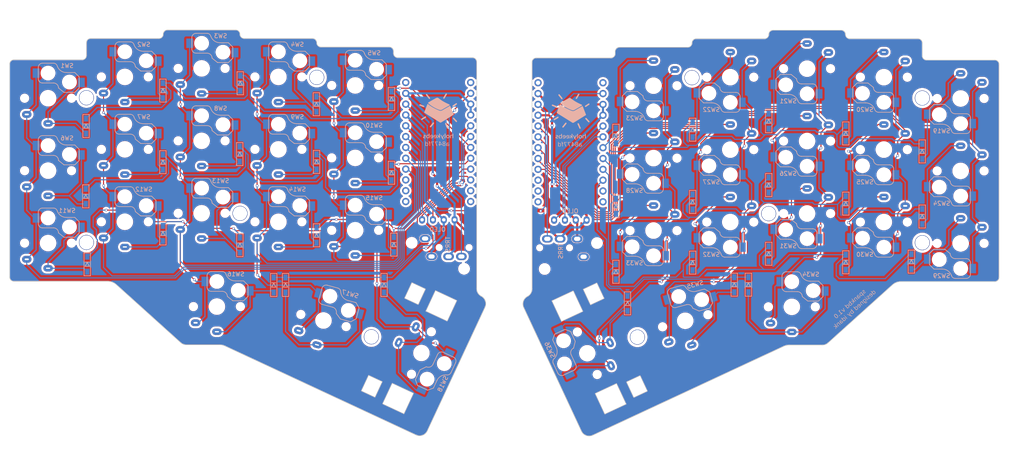
<source format=kicad_pcb>
(kicad_pcb (version 20240108) (generator "pcbnew") (generator_version "8.0")
  (title_block (title "span") (date "2023-09-13") (rev "0.1") (company "idank"))
  (layers (0 "F.Cu" signal) (31 "B.Cu" signal) (34 "B.Paste" user) (35 "F.Paste" user) (36 "B.SilkS" user "B.Silkscreen") (37 "F.SilkS" user "F.Silkscreen") (38 "B.Mask" user) (39 "F.Mask" user) (44 "Edge.Cuts" user))
  (net 0 "")
  (net 1 "row0")
  (net 2 "row1")
  (net 3 "Net-(D1-A)")
  (net 4 "row2")
  (net 5 "Net-(D2-A)")
  (net 6 "row3")
  (net 7 "Net-(D3-A)")
  (net 8 "Net-(D4-A)")
  (net 9 "Net-(D5-A)")
  (net 10 "Net-(D6-A)")
  (net 11 "Net-(D7-A)")
  (net 12 "Net-(D8-A)")
  (net 13 "Net-(D9-A)")
  (net 14 "Net-(D10-A)")
  (net 15 "Net-(D11-A)")
  (net 16 "Net-(D12-A)")
  (net 17 "Net-(D13-A)")
  (net 18 "Net-(D14-A)")
  (net 19 "Net-(D15-A)")
  (net 20 "Net-(D16-A)")
  (net 21 "GND")
  (net 22 "col0")
  (net 23 "col1")
  (net 24 "col2")
  (net 25 "col3")
  (net 26 "col4")
  (net 27 "Net-(D17-A)")
  (net 28 "Net-(D18-A)")
  (net 29 "data")
  (net 30 "SDA")
  (net 31 "SCL")
  (net 32 "reset")
  (net 41 "VCC")
  (net 42 "row0_r")
  (net 43 "Net-(D19-A)")
  (net 44 "Net-(D20-A)")
  (net 45 "Net-(D21-A)")
  (net 46 "Net-(D22-A)")
  (net 47 "Net-(D23-A)")
  (net 48 "row1_r")
  (net 49 "Net-(D24-A)")
  (net 50 "Net-(D25-A)")
  (net 51 "Net-(D26-A)")
  (net 52 "Net-(D27-A)")
  (net 53 "Net-(D28-A)")
  (net 54 "row2_r")
  (net 55 "Net-(D29-A)")
  (net 56 "Net-(D30-A)")
  (net 57 "Net-(D31-A)")
  (net 58 "Net-(D32-A)")
  (net 59 "Net-(D33-A)")
  (net 60 "row3_r")
  (net 61 "Net-(D34-A)")
  (net 62 "Net-(D35-A)")
  (net 63 "Net-(D36-A)")
  (net 64 "data_r")
  (net 66 "SDA_r")
  (net 67 "SCL_r")
  (net 68 "reset_r")
  (net 69 "col0_r")
  (net 70 "col1_r")
  (net 71 "col2_r")
  (net 72 "col3_r")
  (net 73 "col4_r")
  (footprint "keyswitches:Kailh_socket_PG1350_optional_oval_smaller_hotswap" (layer "F.Cu") (at 24.62 53.37)
    (property "Reference" "SW1" (hide yes))
    (property "Value" "SW_PUSH")
  )
  (footprint "keyswitches:Kailh_socket_PG1350_optional_oval_smaller_hotswap" (layer "F.Cu") (at 173.98661 105.598723 15)
    (property "Reference" "SW35" (hide yes))
    (property "Value" "SW_PUSH")
  )
  (footprint "holykeebs:ProMicro_1mm_holes" (layer "F.Cu") (at 147.094232 64.219998)
    (property "Reference" "U2" (hide yes))
    (property "Value" "ProMicro" (hide yes))
  )
  (footprint "keyswitches:Kailh_socket_PG1350_optional_oval_smaller_hotswap" (layer "F.Cu") (at 202.552832 80.431998 180)
    (property "Reference" "SW31" (hide yes))
    (property "Value" "SW_PUSH")
  )
  (footprint "holykeebs:M2_SPACER" (layer "F.Cu") (at 87.61 48.48)
    (property "Reference" "H7" (hide yes))
    (property "Value" "MountingHole" (hide yes))
  )
  (footprint "keyswitches:Kailh_socket_PG1350_optional_oval_smaller_hotswap" (layer "F.Cu") (at 89.186222 105.536725 -15)
    (property "Reference" "SW17" (hide yes))
    (property "Value" "SW_PUSH")
  )
  (footprint "keyswitches:Kailh_socket_PG1350_optional_oval_smaller_hotswap" (layer "F.Cu") (at 60.62 46.37)
    (property "Reference" "SW3" (hide yes))
    (property "Value" "SW_PUSH")
  )
  (footprint "keyswitches:Kailh_socket_PG1350_optional_oval_smaller_hotswap" (layer "F.Cu") (at 78.62 65.37)
    (property "Reference" "SW9" (hide yes))
    (property "Value" "SW_PUSH")
  )
  (footprint "kbd:MJ-4PP-9_1side" (layer "F.Cu") (at 138.362832 88.471998 90)
    (property "Reference" "J2")
    (property "Value" "MJ-4PP-9" (hide yes))
  )
  (footprint "keyswitches:Kailh_socket_PG1350_optional_oval_smaller_hotswap" (layer "F.Cu") (at 220.552832 65.431998 180)
    (property "Reference" "SW25" (hide yes))
    (property "Value" "SW_PUSH")
  )
  (footprint "keyswitches:Kailh_socket_PG1350_optional_oval_smaller_hotswap" (layer "F.Cu") (at 184.552832 82.431998 180)
    (property "Reference" "SW32" (hide yes))
    (property "Value" "SW_PUSH")
  )
  (footprint "holykeebs:RSW_2PIN_SMD" (layer "F.Cu") (at 123.07 82.11 -90)
    (property "Reference" "RSW1" (hide yes))
    (property "Value" "SW_PUSH" (hide yes))
  )
  (footprint "keyswitches:Kailh_socket_PG1350_optional_oval_smaller_hotswap" (layer "F.Cu") (at 60.62 80.37)
    (property "Reference" "SW13" (hide yes))
    (property "Value" "SW_PUSH")
  )
  (footprint "keyswitches:Kailh_socket_PG1350_optional_oval_smaller_hotswap" (layer "F.Cu") (at 220.552832 82.431998 180)
    (property "Reference" "SW30" (hide yes))
    (property "Value" "SW_PUSH")
  )
  (footprint "holykeebs:M2_SPACER" (layer "F.Cu") (at 100.4 109.37)
    (property "Reference" "H6" (hide yes))
    (property "Value" "MountingHole" (hide yes))
  )
  (footprint "keyswitches:Kailh_socket_PG1350_2u_optional_oval" (layer "F.Cu") (at 151.026483 113.219869 115)
    (property "Reference" "SW36" (hide yes))
    (property "Value" "SW_PUSH")
    (fp_line (start 14.65 -2.3) (end 9.35 -2.3) (stroke (width 0.12)) (layer "Edge.Cuts"))
    (fp_line (start 9.35 -2.3) (end 9.35 3.2) (stroke (width 0.12)) (layer "Edge.Cuts"))
    (fp_line (start 14.650001 3.2) (end 14.65 -2.3) (stroke (width 0.12)) (layer "Edge.Cuts"))
    (fp_line (start 14.650001 3.2) (end 9.35 3.2) (stroke (width 0.12)) (layer "Edge.Cuts"))
    (fp_line (start 14 5.5) (end 10 5.5) (stroke (width 0.12)) (layer "Edge.Cuts"))
    (fp_line (start 10 5.5) (end 10 8.999999) (stroke (width 0.12)) (layer "Edge.Cuts"))
    (fp_line (start -9.35 -2.3) (end -14.65 -2.3) (stroke (width 0.12)) (layer "Edge.Cuts"))
    (fp_line (start 14 8.999999) (end 14 5.5) (stroke (width 0.12)) (layer "Edge.Cuts"))
    (fp_line (start 14 8.999999) (end 10 8.999999) (stroke (width 0.12)) (layer "Edge.Cuts"))
    (fp_line (start -14.65 -2.3) (end -14.65 3.199999) (stroke (width 0.12)) (layer "Edge.Cuts"))
    (fp_line (start -9.35 3.2) (end -9.35 -2.3) (stroke (width 0.12)) (layer "Edge.Cuts"))
    (fp_line (start -9.35 3.2) (end -14.65 3.199999) (stroke (width 0.12)) (layer "Edge.Cuts"))
    (fp_line (start -9.999999 5.5) (end -14 5.499999) (stroke (width 0.12)) (layer "Edge.Cuts"))
    (fp_line (start -14 5.499999) (end -14 9) (stroke (width 0.12)) (layer "Edge.Cuts"))
    (fp_line (start -10.000001 9) (end -9.999999 5.5) (stroke (width 0.12)) (layer "Edge.Cuts"))
    (fp_line (start -10.000001 9) (end -14 9) (stroke (width 0.12)) (layer "Edge.Cuts"))
  )
  (footprint "holykeebs:RSW_2PIN_SMD" (layer "F.Cu") (at 140.11 82.18 -90)
    (property "Reference" "RSW2" (hide yes))
    (property "Value" "SW_PUSH" (hide yes))
  )
  (footprint "holykeebs:M2_SPACER" (layer "F.Cu") (at 69.62 80.39)
    (property "Reference" "H9" (hide yes))
    (property "Value" "MountingHole" (hide yes))
  )
  (footprint "keyswitches:Kailh_socket_PG1350_optional_oval_smaller_hotswap" (layer "F.Cu") (at 166.552832 84.431998 180)
    (property "Reference" "SW33" (hide yes))
    (property "Value" "SW_PUSH")
  )
  (footprint "holykeebs:ProMicro_1mm_holes" (layer "F.Cu") (at 116.0786 64.158)
    (property "Reference" "U1" (hide yes))
    (property "Value" "ProMicro" (hide yes))
  )
  (footprint "kbd:OLED_1side" (layer "F.Cu") (at 143.25 81.96)
    (property "Reference" "J4")
    (property "Value" "OLED" (hide yes))
  )
  (footprint "keyswitches:Kailh_socket_PG1350_optional_oval_smaller_hotswap" (layer "F.Cu") (at 42.62 65.37)
    (property "Reference" "SW7" (hide yes))
    (property "Value" "SW_PUSH")
  )
  (footprint "keyswitches:Kailh_socket_PG1350_optional_oval_smaller_hotswap" (layer "F.Cu") (at 238.552832 70.431998 180)
    (property "Reference" "SW24" (hide yes))
    (property "Value" "SW_PUSH")
  )
  (footprint "holykeebs:M2_HOLE_NPH" (layer "F.Cu") (at 122.139956 93.589999)
    (property "Reference" "" (hide yes))
    (property "Value" "M2_HOLE_NPH" (hide yes))
  )
  (footprint "keyswitches:Kailh_socket_PG1350_optional_oval_smaller_hotswap" (layer "F.Cu") (at 238.552832 53.431998 180)
    (property "Reference" "SW19" (hide yes))
    (property "Value" "SW_PUSH")
  )
  (footprint "kbd:MJ-4PP-9_1side" (layer "F.Cu") (at 124.81 88.41 -90)
    (property "Reference" "J1")
    (property "Value" "MJ-4PP-9" (hide yes))
  )
  (footprint "keyswitches:Kailh_socket_PG1350_optional_oval_smaller_hotswap" (layer "F.Cu") (at 42.62 82.37)
    (property "Reference" "SW12" (hide yes))
    (property "Value" "SW_PUSH")
  )
  (footprint "keyswitches:Kailh_socket_PG1350_optional_oval_smaller_hotswap" (layer "F.Cu") (at 96.62 50.37)
    (property "Reference" "SW5" (hide yes))
    (property "Value" "SW_PUSH")
  )
  (footprint "holykeebs:M2_HOLE_NPH" (layer "F.Cu") (at 109.872756 87.297999)
    (property "Reference" "" (hide yes))
    (property "Value" "M2_HOLE_NPH" (hide yes))
  )
  (footprint "keyswitches:Kailh_socket_PG1350_optional_oval_smaller_hotswap" (layer "F.Cu") (at 166.552832 67.431998 180)
    (property "Reference" "SW28" (hide yes))
    (property "Value" "SW_PUSH")
  )
  (footprint "keyswitches:Kailh_socket_PG1350_2u_optional_oval" (layer "F.Cu") (at 112.146349 113.157871 -115)
    (property "Reference" "SW18" (hide yes))
    (property "Value" "SW_PUSH")
    (fp_line (start 14 9) (end 10.000001 9) (stroke (width 0.12)) (layer "Edge.Cuts"))
    (fp_line (start 14 9) (end 14 5.499999) (stroke (width 0.12)) (layer "Edge.Cuts"))
    (fp_line (start 14 5.499999) (end 9.999999 5.5) (stroke (width 0.12)) (layer "Edge.Cuts"))
    (fp_line (start 9.999999 5.5) (end 10.000001 9) (stroke (width 0.12)) (layer "Edge.Cuts"))
    (fp_line (start 14.65 3.199999) (end 9.35 3.2) (stroke (width 0.12)) (layer "Edge.Cuts"))
    (fp_line (start 14.65 3.199999) (end 14.65 -2.3) (stroke (width 0.12)) (layer "Edge.Cuts"))
    (fp_line (start 14.65 -2.3) (end 9.35 -2.3) (stroke (width 0.12)) (layer "Edge.Cuts"))
    (fp_line (start -10 8.999999) (end -14 8.999999) (stroke (width 0.12)) (layer "Edge.Cuts"))
    (fp_line (start -10 8.999999) (end -10 5.5) (stroke (width 0.12)) (layer "Edge.Cuts"))
    (fp_line (start 9.35 -2.3) (end 9.35 3.2) (stroke (width 0.12)) (layer "Edge.Cuts"))
    (fp_line (start -10 5.5) (end -14 5.5) (stroke (width 0.12)) (layer "Edge.Cuts"))
    (fp_line (start -14 5.5) (end -14 8.999999) (stroke (width 0.12)) (layer "Edge.Cuts"))
    (fp_line (start -9.35 3.2) (end -14.650001 3.2) (stroke (width 0.12)) (layer "Edge.Cuts"))
    (fp_line (start -9.35 3.2) (end -9.35 -2.3) (stroke (width 0.12)) (layer "Edge.Cuts"))
    (fp_line (start -9.35 -2.3) (end -14.65 -2.3) (stroke (width 0.12)) (layer "Edge.Cuts"))
    (fp_line (start -14.65 -2.3) (end -14.650001 3.2) (stroke (width 0.12)) (layer "Edge.Cuts"))
  )
  (footprint "keyswitches:Kailh_socket_PG1350_optional_oval_smaller_hotswap" (layer "F.Cu") (at 24.62 70.37)
    (property "Reference" "SW6" (hide yes))
    (property "Value" "SW_PUSH")
  )
  (footprint "keyswitches:Kailh_socket_PG1350_optional_oval_smaller_hotswap" (layer "F.Cu") (at 202.552832 46.431998 180)
    (property "Reference" "SW21" (hide yes))
    (property "Value" "SW_PUSH")
  )
  (footprint "keyswitches:Kailh_socket_PG1350_optional_oval_smaller_hotswap" (layer "F.Cu") (at 78.62 48.37)
    (property "Reference" "SW4" (hide yes))
    (property "Value" "SW_PUSH")
  )
  (footprint "keyswitches:Kailh_socket_PG1350_optional_oval_smaller_hotswap" (layer "F.Cu") (at 238.552832 87.431998 180)
    (property "Reference" "SW29" (hide yes))
    (property "Value" "SW_PUSH")
  )
  (footprint "keyswitches:Kailh_socket_PG1350_optional_oval_smaller_hotswap" (layer "F.Cu") (at 42.62 48.37)
    (property "Reference" "SW2" (hide yes))
    (property "Value" "SW_PUSH")
  )
  (footprint "keyswitches:Kailh_socket_PG1350_optional_oval_smaller_hotswap" (layer "F.Cu") (at 202.552832 63.431998 180)
    (property "Reference" "SW26" (hide yes))
    (property "Value" "SW_PUSH")
  )
  (footprint "keyswitches:Kailh_socket_PG1350_optional_oval_smaller_hotswap" (layer "F.Cu") (at 184.552832 48.431998 180)
    (property "Reference" "SW22" (hide yes))
    (property "Value" "SW_PUSH")
  )
  (footprint "keyswitches:Kailh_socket_PG1350_optional_oval_smaller_hotswap" (layer "F.Cu") (at 166.552832 50.431998 180)
    (property "Reference" "SW23" (hide yes))
    (property "Value" "SW_PUSH")
  )
  (footprint "keyswitches:Kailh_socket_PG1350_optional_oval_smaller_hotswap" (layer "F.Cu") (at 96.62 84.37)
    (property "Reference" "SW15" (hide yes))
    (property "Value" "SW_PUSH")
  )
  (footprint "keyswitches:Kailh_socket_PG1350_optional_oval_smaller_hotswap" (layer "F.Cu") (at 60.62 63.37)
    (property "Reference" "SW8" (hide yes))
    (property "Value" "SW_PUSH")
  )
  (footprint "keyswitches:Kailh_socket_PG1350_optional_oval_smaller_hotswap" (layer "F.Cu") (at 184.552832 65.431998 180)
    (property "Reference" "SW27" (hide yes))
    (property "Value" "SW_PUSH")
  )
  (footprint "holykeebs:M2_SPACER" (layer "F.Cu") (at 33.61 53.26)
    (property "Reference" "H8" (hide yes))
    (property "Value" "MountingHole" (hide yes))
  )
  (footprint "keyswitches:Kailh_socket_PG1350_optional_oval_smaller_hotswap" (layer "F.Cu") (at 64.195251 102.268799)
    (property "Reference" "SW16" (hide yes))
    (property "Value" "SW_PUSH")
  )
  (footprint "keyswitches:Kailh_socket_PG1350_optional_oval_smaller_hotswap" (layer "F.Cu") (at 198.977581 102.330797)
    (property "Reference" "SW34" (hide yes))
    (property "Value" "SW_PUSH")
  )
  (footprint "keyswitches:Kailh_socket_PG1350_optional_oval_smaller_hotswap" (layer "F.Cu") (at 24.62 87.37)
    (property "Reference" "SW11" (hide yes))
    (property "Value" "SW_PUSH")
  )
  (footprint "kbd:OLED_1side" (layer "F.Cu") (at 112.3 81.9)
    (property "Reference" "J3")
    (property "Value" "OLED" (hide yes))
  )
  (footprint "keyswitches:Kailh_socket_PG1350_optional_oval_smaller_hotswap" (layer "F.Cu") (at 78.62 82.37)
    (property "Reference" "SW14" (hide yes))
    (property "Value" "SW_PUSH")
  )
  (footprint "keyswitches:Kailh_socket_PG1350_optional_oval_smaller_hotswap" (layer "F.Cu") (at 220.552832 48.431998 180)
    (property "Reference" "SW20" (hide yes))
    (property "Value" "SW_PUSH")
  )
  (footprint "holykeebs:M2_SPACER" (layer "F.Cu") (at 33.61 87.21)
    (property "Reference" "H10" (hide yes))
    (property "Value" "MountingHole" (hide yes))
  )
  (footprint "keyswitches:Kailh_socket_PG1350_optional_oval_smaller_hotswap" (layer "F.Cu") (at 96.62 67.37)
    (property "Reference" "SW10" (hide yes))
    (property "Value" "SW_PUSH")
  )
  (footprint "holykeebs:M2_SPACER" (layer "B.Cu") (at 229.5628 87.272 180)
    (property "Reference" "H5" (hide yes))
    (property "Value" "MountingHole" (hide yes))
  )
  (footprint "holykeebs:M2_SPACER" (layer "B.Cu") (at 162.7728 109.432 180)
    (property "Reference" "H1" (hide yes))
    (property "Value" "MountingHole" (hide yes))
  )
  (footprint "kbd:D3_SMD_v2" (layer "B.Cu") (at 51.54 68.365 -90)
    (property "Reference" "D7" (hide yes))
    (property "Value" "D" (hide yes))
  )
  (footprint "kbd:D3_SMD_v2" (layer "B.Cu") (at 105.12 53.55 -90)
    (property "Reference" "D5" (hide yes))
    (property "Value" "D" (hide yes))
  )
  (footprint "holykeebs:M2_SPACER" (layer "B.Cu") (at 175.5628 48.542 180)
    (property "Reference" "H2" (hide yes))
    (property "Value" "MountingHole" (hide yes))
  )
  (footprint "kbd:D3_SMD_v2" (layer "B.Cu") (at 229.54 65.85 -90)
    (property "Reference" "D19" (hide yes))
    (property "Value" "D" (hide yes))
  )
  (footprint "kbd:D3_SMD_v2" (layer "B.Cu") (at 33.52 59.905 -90)
    (property "Reference" "D1" (hide yes))
    (property "Value" "D" (hide yes))
  )
  (footprint "kbd:D3_SMD_v2" (layer "B.Cu") (at 211.63 61.63 -90)
    (property "Reference" "D20" (hide yes))
    (property "Value" "D" (hide yes))
  )
  (footprint "kbd:D3_SMD_v2" (layer "B.Cu") (at 87.56 85.53 -90)
    (property "Reference" "D14" (hide yes))
    (property "Value" "D" (hide yes))
  )
  (footprint "kbd:D3_SMD_v2" (layer "B.Cu") (at 103.38 97.19 -90)
    (property "Reference" "D18" (hide yes))
    (property "Value" "D" (hide yes))
  )
  (footprint "kbd:D3_SMD_v2" (layer "B.Cu") (at 157.74 78.74 -90)
    (property "Reference" "D28" (hide yes))
    (property "Value" "D" (hide yes))
  )
  (footprint "holykeebs:logo .5x" (layer "B.Cu") (at 116.06 57.24 180)
    (property "Reference" "REF**" (hide yes))
    (property "Value" "logo big" (hide yes))
  )
  (footprint "kbd:D3_SMD_v2" (layer "B.Cu") (at 193.56 58.76 -90)
    (property "Reference" "D21" (hide yes))
    (property "Value" "D" (hide yes))
  )
  (footprint "kbd:D3_SMD_v2" (layer "B.Cu") (at 105.12 70.86 -90)
    (property "Reference" "D10" (hide yes))
    (property "Value" "D" (hide yes))
  )
  (footprint "kbd:D3_SMD_v2" (layer "B.Cu") (at 33.46 76.39 -90)
    (property "Reference" "D6" (hide yes))
    (property "Value" "D" (hide yes))
  )
  (footprint "kbd:D3_SMD_v2" (layer "B.Cu") (at 227 91.72 -90)
    (property "Reference" "D29" (hide yes))
    (property "Value" "D" (hide yes))
  )
  (footprint "kbd:D3_SMD_v2" (layer "B.Cu") (at 51.54 85.105 -90)
    (property "Reference" "D12" (hide yes))
    (property "Value" "D" (hide yes))
  )
  (footprint "kbd:D3_SMD_v2" (layer "B.Cu") (at 229.54 81.13 -90)
    (property "Reference" "D24" (hide yes))
    (property "Value" "D" (hide yes))
  )
  (footprint "kbd:D3_SMD_v2" (layer "B.Cu") (at 188.79 97.13 -90)
    (property "Reference" "D34" (hide yes))
    (property "Value" "D" (hide yes))
  )
  (footprint "kbd:D3_SMD_v2" (layer "B.Cu") (at 105.69 87.72 -90)
    (property "Reference" "D15" (hide yes))
    (property "Value" "D" (hide yes))
  )
  (footprint "kbd:D3_SMD_v2" (layer "B.Cu") (at 175.73 60.75 -90)
    (property "Reference" "D22" (hide yes))
    (property "Value" "D" (hide yes))
  )
  (footprint "holykeebs:M2_SPACER" (layer "B.Cu") (at 229.5628 53.322 180)
    (property "Reference" "H3" (hide yes))
    (property "Value" "MountingHole" (hide yes))
  )
  (footprint "kbd:D3_SMD_v2" (layer "B.Cu") (at 157.74 94.1 -90)
    (property "Reference" "D33" (hide yes))
    (property "Value" "D" (hide yes))
  )
  (footprint "kbd:D3_SMD_v2" (layer "B.Cu") (at 175.73 77.71 -90)
    (property "Reference" "D27" (hide yes))
    (property "Value" "D" (hide yes))
  )
  (footprint "kbd:D3_SMD_v2" (layer "B.Cu") (at 185.48 97.13 -90)
    (property "Reference" "D35" (hide yes))
    (property "Value" "D" (hide yes))
  )
  (footprint "kbd:D3_SMD_v2" (layer "B.Cu") (at 87.52 54.77 -90)
    (property "Reference" "D4" (hide yes))
    (property "Value" "D" (hide yes))
  )
  (footprint "kbd:D3_SMD_v2" (layer "B.Cu") (at 87.56 68.32 -90)
    (property "Reference" "D9" (hide yes))
    (property "Value" "D" (hide yes))
  )
  (footprint "holykeebs:logo .5x" (layer "B.Cu") (at 147.112832 57.301998 180)
    (property "Reference" "REF**" (hide yes))
    (property "Value" "logo big" (hide yes))
  )
  (footprint "holykeebs:M2_HOLE_NPH" (layer "B.Cu") (at 141.0328 93.652 180)
    (property "Reference" "" (hide yes))
    (property "Value" "M2_HOLE_NPH" (hide yes))
  )
  (footprint "kbd:D3_SMD_v2" (layer "B.Cu") (at 80.29 97.19 -90)
    (property "Reference" "D17" (hide yes))
    (property "Value" "D" (hide yes))
  )
  (footprint "kbd:D3_SMD_v2" (layer "B.Cu") (at 193.56 73.74 -90)
    (property "Reference" "D26" (hide yes))
    (property "Value" "D" (hide yes))
  )
  (footprint "kbd:D3_SMD_v2" (layer "B.Cu") (at 157.74 62.18 -90)
    (property "Reference" "D23" (hide yes))
    (property "Value" "D" (hide yes))
  )
  (footprint "kbd:D3_SMD_v2" (layer "B.Cu") (at 193.56 89.88 -90)
    (property "Reference" "D31" (hide yes))
    (property "Value" "D" (hide yes))
  )
  (footprint "kbd:D3_SMD_v2" (layer "B.Cu") (at 69.67 49.85 -90)
    (property "Reference" "D3" (hide yes))
    (property "Value" "D" (hide yes))
  )
  (footprint "kbd:D3_SMD_v2" (layer "B.Cu") (at 211.63 78.1 -90)
    (property "Reference" "D25" (hide yes))
    (property "Value" "D" (hide yes))
  )
  (footprint "kbd:D3_SMD_v2" (layer "B.Cu") (at 69.55 66.48 -90)
    (property "Reference" "D8" (hide yes))
    (property "Value" "D" (hide yes))
  )
  (footprint "kbd:D3_SMD_v2" (layer "B.Cu") (at 33.8 92.32 -90)
    (property "Reference" "D11" (hide yes))
    (property "Value" "D" (hide yes))
  )
  (footprint "kbd:D3_SMD_v2" (layer "B.Cu") (at 160.45 101.51 -90)
    (property "Reference" "D36" (hide yes))
    (property "Value" "D" (hide yes))
  )
  (footprint "kbd:D3_SMD_v2" (layer "B.Cu") (at 69.59 87.84 -90)
    (property "Reference" "D13" (hide yes))
    (property "Value" "D" (hide yes))
  )
  (footprint "kbd:D3_SMD_v2" (layer "B.Cu") (at 211.63 91.87 -90)
    (property "Reference" "D30" (hide yes))
    (property "Value" "D" (hide yes))
  )
  (footprint "kbd:D3_SMD_v2" (layer "B.Cu") (at 77.52 97.19 -90)
    (property "Reference" "D16" (hide yes))
    (property "Value" "D" (hide yes))
  )
  (footprint "kbd:D3_SMD_v2" (layer "B.Cu") (at 51.54 51.58 -90)
    (property "Reference" "D2" (hide yes))
    (property "Value" "D" (hide yes))
  )
  (footprint "holykeebs:M2_SPACER" (layer "B.Cu") (at 193.5528 80.452 180)
    (property "Reference" "H4" (hide yes))
    (property "Value" "MountingHole" (hide yes))
  )
  (footprint "holykeebs:M2_HOLE_NPH" (layer "B.Cu") (at 153.3 87.36 180)
    (property "Reference" "" (hide yes))
    (property "Value" "M2_HOLE_NPH" (hide yes))
  )
  (footprint "kbd:D3_SMD_v2" (layer "B.Cu") (at 175.73 91.95 -90)
    (property "Reference" "D32" (hide yes))
    (property "Value" "D" (hide yes))
  )
  (gr_arc (start 228.56363 39.405799) (mid 229.27074 39.698686) (end 229.56363 40.405799) (stroke (width 0.15)) (layer "Edge.Cuts"))
  (gr_line (start 16.609038 96.343962) (end 38.609492 96.343962) (stroke (width 0.15)) (layer "Edge.Cuts"))
  (gr_arc (start 70.609038 39.343962) (mid 69.901947 39.051052) (end 69.609038 38.343962) (stroke (width 0.15)) (layer "Edge.Cuts"))
  (gr_arc (start 106.609038 43.843962) (mid 105.901949 43.551051) (end 105.609038 42.843962) (stroke (width 0.15)) (layer "Edge.Cuts"))
  (gr_line (start 15.609038 45.343962) (end 15.609038 95.343962) (stroke (width 0.15)) (layer "Edge.Cuts"))
  (gr_arc (start 247.56363 95.405799) (mid 247.270726 96.11288) (end 246.56363 96.405799) (stroke (width 0.15)) (layer "Edge.Cuts"))
  (gr_line (start 33.609038 40.343962) (end 33.609038 43.343962) (stroke (width 0.15)) (layer "Edge.Cuts"))
  (gr_line (start 247.56363 95.405799) (end 247.56363 45.405799) (stroke (width 0.15)) (layer "Edge.Cuts"))
  (gr_arc (start 51.609038 38.343962) (mid 51.316149 39.051085) (end 50.609038 39.343962) (stroke (width 0.15)) (layer "Edge.Cuts"))
  (gr_arc (start 15.609038 45.343962) (mid 15.901936 44.636871) (end 16.609038 44.343962) (stroke (width 0.15)) (layer "Edge.Cuts"))
  (gr_line (start 224.563176 96.405799) (end 246.56363 96.405799) (stroke (width 0.15)) (layer "Edge.Cuts"))
  (gr_arc (start 138.06363 44.905799) (mid 138.356512 44.198667) (end 139.06363 43.905799) (stroke (width 0.15)) (layer "Edge.Cuts"))
  (gr_arc (start 104.609038 41.343962) (mid 105.316163 41.636837) (end 105.609038 42.343962) (stroke (width 0.15)) (layer "Edge.Cuts"))
  (gr_line (start 229.56363 43.405799) (end 229.56363 40.405799) (stroke (width 0.15)) (layer "Edge.Cuts"))
  (gr_line (start 152.300255 132.465538) (end 197.077267 111.585675) (stroke (width 0.15)) (layer "Edge.Cuts"))
  (gr_line (start 86.609038 39.343962) (end 70.609038 39.343962) (stroke (width 0.15)) (layer "Edge.Cuts"))
  (gr_arc (start 51.609038 38.343962) (mid 51.901936 37.636871) (end 52.609038 37.343962) (stroke (width 0.15)) (layer "Edge.Cuts"))
  (gr_line (start 192.56363 39.405799) (end 176.56363 39.405799) (stroke (width 0.15)) (layer "Edge.Cuts"))
  (gr_line (start 113.530265 131.436322) (end 127.056069 102.430143) (stroke (width 0.15)) (layer "Edge.Cuts"))
  (gr_arc (start 175.56363 40.405799) (mid 175.270726 41.11288) (end 174.56363 41.405799) (stroke (width 0.15)) (layer "Edge.Cuts"))
  (gr_arc (start 68.609038 37.343962) (mid 69.316161 37.636838) (end 69.609038 38.343962) (stroke (width 0.15)) (layer "Edge.Cuts"))
  (gr_arc (start 16.609038 96.343962) (mid 15.901943 96.05105) (end 15.609038 95.343962) (stroke (width 0.15)) (layer "Edge.Cuts"))
  (gr_arc (start 138.06363 98.10844) (mid 137.77618 99.141506) (end 136.996423 99.877592) (stroke (width 0.15)) (layer "Edge.Cuts"))
  (gr_arc (start 152.300255 132.465538) (mid 150.770999 132.532291) (end 149.642403 131.498159) (stroke (width 0.15)) (layer "Edge.Cuts"))
  (gr_arc (start 222.553162 97.178728) (mid 223.486424 96.605693) (end 224.563176 96.405799) (stroke (width 0.15)) (layer "Edge.Cuts"))
  (gr_arc (start 157.56363 42.905799) (mid 157.270726 43.61288) (end 156.56363 43.905799) (stroke (width 0.15)) (layer "Edge.Cuts"))
  (gr_arc (start 113.530265 131.436322) (mid 112.401682 132.470449) (end 110.872413 132.403701) (stroke (width 0.15)) (layer "Edge.Cuts"))
  (gr_line (start 210.56363 37.405799) (end 194.56363 37.405799) (stroke (width 0.15)) (layer "Edge.Cuts"))
  (gr_arc (start 230.56363 44.405799) (mid 229.856527 44.1129) (end 229.56363 43.405799) (stroke (width 0.15)) (layer "Edge.Cuts"))
  (gr_line (start 66.095401 111.523838) (end 110.872413 132.403701) (stroke (width 0.15)) (layer "Edge.Cuts"))
  (gr_arc (start 33.609038 40.343962) (mid 33.901936 39.636871) (end 34.609038 39.343962) (stroke (width 0.15)) (layer "Edge.Cuts"))
  (gr_line (start 50.609038 39.343962) (end 34.609038 39.343962) (stroke (width 0.15)) (layer "Edge.Cuts"))
  (gr_line (start 125.109038 98.046603) (end 125.109038 44.843962) (stroke (width 0.15)) (layer "Edge.Cuts"))
  (gr_arc (start 136.116599 102.49198) (mid 136.033694 101.008846) (end 136.996423 99.877592) (stroke (width 0.15)) (layer "Edge.Cuts"))
  (gr_arc (start 88.609038 41.343962) (mid 87.901949 41.051051) (end 87.609038 40.343962) (stroke (width 0.15)) (layer "Edge.Cuts"))
  (gr_arc (start 126.176245 99.815755) (mid 125.396487 99.079667) (end 125.109038 98.046603) (stroke (width 0.15)) (layer "Edge.Cuts"))
  (gr_arc (start 246.56363 44.405799) (mid 247.27074 44.698686) (end 247.56363 45.405799) (stroke (width 0.15)) (layer "Edge.Cuts"))
  (gr_line (start 124.109038 43.843962) (end 106.609038 43.843962) (stroke (width 0.15)) (layer "Edge.Cuts"))
  (gr_arc (start 57.039875 111.242761) (mid 56.322033 111.109515) (end 55.699866 110.727475) (stroke (width 0.15)) (layer "Edge.Cuts"))
  (gr_arc (start 33.609038 43.343962) (mid 33.316149 44.051085) (end 32.609038 44.343962) (stroke (width 0.15)) (layer "Edge.Cuts"))
  (gr_arc (start 197.077267 111.585675) (mid 197.695802 111.375702) (end 198.345122 111.304598) (stroke (width 0.15)) (layer "Edge.Cuts"))
  (gr_line (start 40.619506 97.116891) (end 55.699866 110.727475) (stroke (width 0.15)) (layer "Edge.Cuts"))
  (gr_line (start 228.56363 39.405799) (end 212.56363 39.405799) (stroke (width 0.15)) (layer "Edge.Cuts"))
  (gr_arc (start 207.472802 110.789312) (mid 206.850628 111.171345) (end 206.132793 111.304598) (stroke (width 0.15)) (layer "Edge.Cuts"))
  (gr_line (start 136.116599 102.49198) (end 149.642403 131.498159) (stroke (width 0.15)) (layer "Edge.Cuts"))
  (gr_arc (start 64.827546 111.242761) (mid 65.476866 111.313867) (end 66.095401 111.523838) (stroke (width 0.15)) (layer "Edge.Cuts"))
  (gr_arc (start 38.609492 96.343962) (mid 39.686247 96.543849) (end 40.619506 97.116891) (stroke (width 0.15)) (layer "Edge.Cuts"))
  (gr_line (start 104.609038 41.343962) (end 88.609038 41.343962) (stroke (width 0.15)) (layer "Edge.Cuts"))
  (gr_arc (start 126.176245 99.815755) (mid 127.138973 100.947005) (end 127.056069 102.430143) (stroke (width 0.15)) (layer "Edge.Cuts"))
  (gr_arc (start 175.56363 40.405799) (mid 175.856512 39.698667) (end 176.56363 39.405799) (stroke (width 0.15)) (layer "Edge.Cuts"))
  (gr_line (start 32.609038 44.343962) (end 16.609038 44.343962) (stroke (width 0.15)) (layer "Edge.Cuts"))
  (gr_line (start 138.06363 44.905799) (end 138.06363 98.10844) (stroke (width 0.15)) (layer "Edge.Cuts"))
  (gr_arc (start 124.109038 43.843962) (mid 124.816163 44.136837) (end 125.109038 44.843962) (stroke (width 0.15)) (layer "Edge.Cuts"))
  (gr_arc (start 212.56363 39.405799) (mid 211.856527 39.1129) (end 211.56363 38.405799) (stroke (width 0.15)) (layer "Edge.Cuts"))
  (gr_arc (start 210.56363 37.405799) (mid 211.27074 37.698686) (end 211.56363 38.405799) (stroke (width 0.15)) (layer "Edge.Cuts"))
  (gr_line (start 157.56363 42.405799) (end 157.56363 42.905799) (stroke (width 0.15)) (layer "Edge.Cuts"))
  (gr_arc (start 86.609038 39.343962) (mid 87.316161 39.636838) (end 87.609038 40.343962) (stroke (width 0.15)) (layer "Edge.Cuts"))
  (gr_line (start 246.56363 44.405799) (end 230.56363 44.405799) (stroke (width 0.15)) (layer "Edge.Cuts"))
  (gr_line (start 68.609038 37.343962) (end 52.609038 37.343962) (stroke (width 0.15)) (layer "Edge.Cuts"))
  (gr_line (start 57.039875 111.242761) (end 64.827546 111.242761) (stroke (width 0.15)) (layer "Edge.Cuts"))
  (gr_arc (start 157.56363 42.405799) (mid 157.856512 41.698667) (end 158.56363 41.405799) (stroke (width 0.15)) (layer "Edge.Cuts"))
  (gr_line (start 207.472802 110.789312) (end 222.553162 97.178728) (stroke (width 0.15)) (layer "Edge.Cuts"))
  (gr_line (start 156.56363 43.905799) (end 139.06363 43.905799) (stroke (width 0.15)) (layer "Edge.Cuts"))
  (gr_arc (start 193.56363 38.405799) (mid 193.270726 39.11288) (end 192.56363 39.405799) (stroke (width 0.15)) (layer "Edge.Cuts"))
  (gr_line (start 105.609038 42.843962) (end 105.609038 42.343962) (stroke (width 0.15)) (layer "Edge.Cuts"))
  (gr_line (start 198.345122 111.304598) (end 206.132793 111.304598) (stroke (width 0.15)) (layer "Edge.Cuts"))
  (gr_line (start 174.56363 41.405799) (end 158.56363 41.405799) (stroke (width 0.15)) (layer "Edge.Cuts"))
  (gr_arc (start 193.56363 38.405799) (mid 193.856512 37.698667) (end 194.56363 37.405799) (stroke (width 0.15)) (layer "Edge.Cuts"))
  (gr_text "a8477fd" (at 118.74 64.73 0) (layer "B.SilkS") (effects (font (size 1 1) (thickness 0.1875)) (justify left bottom mirror)))
  (gr_text "spankbd v1.0\ndesigned by idank" (at 214.11 103.38 42) (layer "B.SilkS") (effects (font (size 1 1)) (justify bottom mirror)))
  (gr_text "a8477fd" (at 149.86 64.86 0) (layer "B.SilkS") (effects (font (size 1 1) (thickness 0.1875)) (justify left bottom mirror)))
  (segment (start 109.8 51.03) (end 107.13 51.03) (width 0.25) (layer "F.Cu") (net 1))
  (segment (start 123.69 64.92) (end 109.8 51.03) (width 0.25) (layer "F.Cu") (net 1))
  (via (at 107.13 51.03) (size 0.6) (drill 0.4) (layers "F.Cu" "B.Cu") (net 1))
  (segment (start 53.205 49.805) (end 56.77 53.37) (width 0.25) (layer "B.Cu") (net 1))
  (segment (start 93.41 57.98) (end 105.12 57.98) (width 0.25) (layer "B.Cu") (net 1))
  (segment (start 56.77 53.37) (end 70.63 53.37) (width 0.25) (layer "B.Cu") (net 1))
  (segment (start 86.32 58.15) (end 92.84 58.15) (width 0.25) (layer "B.Cu") (net 1))
  (segment (start 93.21 57.78) (end 93.41 57.98) (width 0.25) (layer "B.Cu") (net 1))
  (segment (start 51.54 49.805) (end 53.205 49.805) (width 0.25) (layer "B.Cu") (net 1))
  (segment (start 69.67 48.075) (end 70.855 48.075) (width 0.25) (layer "B.Cu") (net 1))
  (segment (start 105.12 57.98) (end 106.66 56.44) (width 0.25) (layer "B.Cu") (net 1))
  (segment (start 106.66 56.44) (end 106.66 53.315) (width 0.25) (layer "B.Cu") (net 1))
  (segment (start 87.52 52.995) (end 88.425 52.995) (width 0.25) (layer "B.Cu") (net 1))
  (segment (start 36.11 55.54) (end 51.205 55.54) (width 0.25) (layer "B.Cu") (net 1))
  (segment (start 72.0545 53.2545) (end 75.24 56.44) (width 0.25) (layer "B.Cu") (net 1))
  (segment (start 72.0545 49.2745) (end 72.0545 53.2545) (width 0.25) (layer "B.Cu") (net 1))
  (segment (start 92.84 58.15) (end 93.21 57.78) (width 0.25) (layer "B.Cu") (net 1))
  (segment (start 70.63 53.37) (end 71.31 52.69) (width 0.25) (layer "B.Cu") (net 1))
  (segment (start 71.31 49.715) (end 69.67 48.075) (width 0.25) (layer "B.Cu") (net 1))
  (segment (start 70.855 48.075) (end 72.0545 49.2745) (width 0.25) (layer "B.Cu") (net 1))
  (segment (start 53.38 53.365) (end 53.38 51.645) (width 0.25) (layer "B.Cu") (net 1))
  (segment (start 107.13 51.03) (end 105.865 51.03) (width 0.25) (layer "B.Cu") (net 1))
  (segment (start 33.52 58.13) (end 36.11 55.54) (width 0.25) (layer "B.Cu") (net 1))
  (segment (start 71.31 52.69) (end 71.31 49.715) (width 0.25) (layer "B.Cu") (net 1))
  (segment (start 75.24 56.44) (end 84.61 56.44) (width 0.25) (layer "B.Cu") (net 1))
  (segment (start 53.38 51.645) (end 51.54 49.805) (width 0.25) (layer "B.Cu") (net 1))
  (segment (start 88.425 52.995) (end 93.21 57.78) (width 0.25) (layer "B.Cu") (net 1))
  (segment (start 51.205 55.54) (end 53.38 53.365) (width 0.25) (layer "B.Cu") (net 1))
  (segment (start 84.61 56.44) (end 86.32 58.15) (width 0.25) (layer "B.Cu") (net 1))
  (segment (start 105.865 51.03) (end 105.12 51.775) (width 0.25) (layer "B.Cu") (net 1))
  (segment (start 106.66 53.315) (end 105.12 51.775) (width 0.25) (layer "B.Cu") (net 1))
  (segment (start 122.41 68.74) (end 106.93 68.74) (width 0.25) (layer "F.Cu") (net 2))
  (segment (start 106.93 68.74) (end 106.81 68.86) (width 0.25) (layer "F.Cu") (net 2))
  (segment (start 123.69 67.46) (end 122.41 68.74) (width 0.25) (layer "F.Cu") (net 2))
  (via (at 106.81 68.86) (size 0.6) (drill 0.4) (layers "F.Cu" "B.Cu") (net 2))
  (segment (start 69.55 64.705) (end 71.51 66.665) (width 0.25) (layer "B.Cu") (net 2))
  (segment (start 52.85 67.9) (end 51.54 66.59) (width 0.25) (layer "B.Cu") (net 2))
  (segment (start 88.99 71.55) (end 88.99 67.975) (width 0.25) (layer "B.Cu") (net 2))
  (segment (start 91 75.57) (end 104.77 75.57) (width 0.25) (layer "B.Cu") (net 2))
  (segment (start 88.495 66.545) (end 89.69 67.74) (width 0.25) (layer "B.Cu") (net 2))
  (segment (start 89.69 67.74) (end 89.69 74.26) (width 0.25) (layer "B.Cu") (net 2))
  (segment (start 106.53 70.495) (end 105.12 69.085) (width 0.25) (layer "B.Cu") (net 2))
  (segment (start 56.31 71.36) (end 69.02 71.36) (width 0.25) (layer "B.Cu") (net 2))
  (segment (start 33.46 74.615) (end 35.575 72.5) (width 0.25) (layer "B.Cu") (net 2))
  (segment (start 106.81 68.86) (end 105.345 68.86) (width 0.25) (layer "B.Cu") (net 2))
  (segment (start 106.53 73.81) (end 106.53 70.495) (width 0.25) (layer "B.Cu") (net 2))
  (segment (start 88.99 67.975) (end 87.56 66.545) (width 0.25) (layer "B.Cu") (net 2))
  (segment (start 69.02 71.36) (end 70.92 69.46) (width 0.25) (layer "B.Cu") (net 2))
  (segment (start 71.51 69.81) (end 74.68 72.98) (width 0.25) (layer "B.Cu") (net 2))
  (segment (start 74.68 72.98) (end 87.56 72.98) (width 0.25) (layer "B.Cu") (net 2))
  (segment (start 51.54 66.59) (end 56.31 71.36) (width 0.25) (layer "B.Cu") (net 2))
  (segment (start 70.92 69.46) (end 70.92 66.075) (width 0.25) (layer "B.Cu") (net 2))
  (segment (start 51.385 72.5) (end 52.85 71.035) (width 0.25) (layer "B.Cu") (net 2))
  (segment (start 104.77 75.57) (end 106.53 73.81) (width 0.25) (layer "B.Cu") (net 2))
  (segment (start 70.92 66.075) (end 69.55 64.705) (width 0.25) (layer "B.Cu") (net 2))
  (segment (start 71.51 66.665) (end 71.51 69.81) (width 0.25) (layer "B.Cu") (net 2))
  (segment (start 89.69 74.26) (end 91 75.57) (width 0.25) (layer "B.Cu") (net 2))
  (segment (start 87.56 66.545) (end 88.495 66.545) (width 0.25) (layer "B.Cu") (net 2))
  (segment (start 52.85 71.035) (end 52.85 67.9) (width 0.25) (layer "B.Cu") (net 2))
  (segment (start 87.56 72.98) (end 88.99 71.55) (width 0.25) (layer "B.Cu") (net 2))
  (segment (start 35.575 72.5) (end 51.385 72.5) (width 0.25) (layer "B.Cu") (net 2))
  (segment (start 105.345 68.86) (end 105.12 69.085) (width 0.25) (layer "B.Cu") (net 2))
  (segment (start 24.62 59.27) (end 31.11 59.27) (width 0.25) (layer "B.Cu") (net 3))
  (segment (start 30.29 51.86) (end 29.39 51.86) (width 0.25) (layer "B.Cu") (net 3))
  (segment (start 32.42 49.67) (end 30.29 51.8) (width 0.25) (layer "B.Cu") (net 3))
  (segment (start 29.39 51.86) (end 24.62 56.63) (width 0.25) (layer "B.Cu") (net 3))
  (segment (start 31.11 59.27) (end 33.52 61.68) (width 0.25) (layer "B.Cu") (net 3))
  (segment (start 30.29 51.8) (end 30.29 51.86) (width 0.25) (layer "B.Cu") (net 3))
  (segment (start 24.62 56.63) (end 24.62 59.27) (width 0.25) (layer "B.Cu") (net 3))
  (segment (start 91.24 81.82) (end 92.22 81.82) (width 0.25) (layer "F.Cu") (net 4))
  (segment (start 57.8 83.92) (end 68.08 83.92) (width 0.25) (layer "F.Cu") (net 4))
  (segment (start 104.62 82.87) (end 99.97 82.87) (width 0.25) (layer "F.Cu") (net 4))
  (segment (start 99.97 82.87) (end 98.92 81.82) (width 0.25) (layer "F.Cu") (net 4))
  (segment (start 68.6195 84.4595) (end 88.6005 84.4595) (width 0.25) (layer "F.Cu") (net 4))
  (segment (start 107.985656 83.94) (end 121.925656 70) (width 0.25) (layer "F.Cu") (net 4))
  (segment (start 38.24 79.63) (end 44.19 79.63) (width 0.25) (layer "F.Cu") (net 4))
  (segment (start 88.6005 84.4595) (end 91.24 81.82) (width 0.25) (layer "F.Cu") (net 4))
  (segment (start 49.823684 82.34) (end 56.22 82.34) (width 0.25) (layer "F.Cu") (net 4))
  (segment (start 105.69 83.94) (end 104.62 82.87) (width 0.25) (layer "F.Cu") (net 4))
  (segment (start 48.253684 80.77) (end 49.823684 82.34) (width 0.25) (layer "F.Cu") (net 4))
  (segment (start 98.92 81.82) (end 92.22 81.82) (width 0.25) (layer "F.Cu") (net 4))
  (segment (start 105.69 83.94) (end 107.985656 83.94) (width 0.25) (layer "F.Cu") (net 4))
  (segment (start 56.22 82.34) (end 57.8 83.92) (width 0.25) (layer "F.Cu") (net 4))
  (segment (start 45.33 80.77) (end 48.253684 80.77) (width 0.25) (layer "F.Cu") (net 4))
  (segment (start 68.08 83.92) (end 68.6195 84.4595) (width 0.25) (layer "F.Cu") (net 4))
  (segment (start 121.925656 70) (end 123.69 70) (width 0.25) (layer "F.Cu") (net 4))
  (segment (start 44.19 79.63) (end 45.33 80.77) (width 0.25) (layer "F.Cu") (net 4))
  (via (at 105.69 83.94) (size 0.6) (drill 0.4) (layers "F.Cu" "B.Cu") (net 4))
  (via (at 56.22 82.34) (size 0.6) (drill 0.4) (layers "F.Cu" "B.Cu") (net 4))
  (via (at 68.08 83.92) (size 0.6) (drill 0.4) (layers "F.Cu" "B.Cu") (net 4))
  (via (at 92.22 81.82) (size 0.6) (drill 0.4) (layers "F.Cu" "B.Cu") (net 4))
  (via (at 38.24 79.63) (size 0.6) (drill 0.4) (layers "F.Cu" "B.Cu") (net 4))
  (segment (start 87.56 83.755) (end 89.495 81.82) (width 0.25) (layer "B.Cu") (net 4))
  (segment (start 35.96 84.27) (end 35.2 83.51) (width 0.25) (layer "B.Cu") (net 4))
  (segment (start 35.96 86.343678) (end 35.96 84.27) (width 0.25) (layer "B.Cu") (net 4))
  (segment (start 33.82 90.145) (end 34.395 90.145) (width 0.25) (layer "B.Cu") (net 4))
  (segment (start 105.69 83.94) (end 105.69 85.945) (width 0.25) (layer "B.Cu") (net 4))
  (segment (start 69.59 85.43) (end 69.59 86.065) (width 0.25) (layer "B.Cu") (net 4))
  (segment (start 51.54 83.33) (end 52.53 82.34) (width 0.25) (layer "B.Cu") (net 4))
  (segment (start 36.2 86.583678) (end 35.96 86.343678) (width 0.25) (layer "B.Cu") (net 4))
  (segment (start 68.08 83.92) (end 69.59 85.43) (width 0.25) (layer "B.Cu") (net 4))
  (segment (start 35.2 81.28) (end 36.85 79.63) (width 0.25) (layer "B.Cu") (net 4))
  (segment (start 36.85 79.63) (end 38.24 79.63) (width 0.25) (layer "B.Cu") (net 4))
  (segment (start 89.495 81.82) (end 92.22 81.82) (width 0.25) (layer "B.Cu") (net 4))
  (segment (start 36.2 88.34) (end 36.2 86.583678) (width 0.25) (layer "B.Cu") (net 4))
  (segment (start 35.2 83.51) (end 35.2 81.28) (width 0.25) (layer "B.Cu") (net 4))
  (segment (start 52.53 82.34) (end 56.22 82.34) (width 0.25) (layer "B.Cu") (net 4))
  (segment (start 34.395 90.145) (end 36.2 88.34) (width 0.25) (layer "B.Cu") (net 4))
  (segment (start 50.42 44.67) (end 50.42 52.235) (width 0.25) (layer "B.Cu") (net 5))
  (segment (start 51.54 53.355) (end 43.535 53.355) (width 0.25) (layer "B.Cu") (net 5))
  (segment (start 50.42 52.235) (end 51.54 53.355) (width 0.25) (layer "B.Cu") (net 5))
  (segment (start 43.535 53.355) (end 42.62 54.27) (width 0.25) (layer "B.Cu") (net 5))
  (segment (start 111.19 81.372052) (end 120.852052 71.71) (width 0.25) (layer "F.Cu") (net 6))
  (segment (start 113.6455 88.5745) (end 114.85 87.37) (width 0.25) (layer "F.Cu") (net 6))
  (segment (start 120.852052 71.71) (end 122.86 71.71) (width 0.25) (layer "F.Cu") (net 6))
  (segment (start 114.85 87.37) (end 114.85 85.53) (width 0.25) (layer "F.Cu") (net 6))
  (segment (start 111.19 82.96) (end 111.19 81.372052) (width 0.25) (layer "F.Cu") (net 6))
  (segment (start 114.85 85.53) (end 112.71 83.39) (width 0.25) (layer "F.Cu") (net 6))
  (segment (start 111.62 83.39) (end 111.19 82.96) (width 0.25) (layer "F.Cu") (net 6))
  (segment (start 112.71 83.39) (end 111.62 83.39) (width 0.25) (layer "F.Cu") (net 6))
  (segment (start 122.86 71.71) (end 123.69 72.54) (width 0.25) (layer "F.Cu") (net 6))
  (segment (start 113.22 88.5745) (end 113.6455 88.5745) (width 0.25) (layer "F.Cu") (net 6))
  (via (at 113.22 88.5745) (size 0.6) (drill 0.4) (layers "F.Cu" "B.Cu") (net 6))
  (segment (start 105.25698 95.415) (end 103.38 95.415) (width 0.25) (layer "B.Cu") (net 6))
  (segment (start 112.09748 88.5745) (end 105.25698 95.415) (width 0.25) (layer "B.Cu") (net 6))
  (segment (start 77.52 95.415) (end 80.29 95.415) (width 0.25) (layer "B.Cu") (net 6))
  (segment (start 80.29 95.415) (end 103.38 95.415) (width 0.25) (layer "B.Cu") (net 6))
  (segment (start 113.22 88.5745) (end 112.09748 88.5745) (width 0.25) (layer "B.Cu") (net 6))
  (segment (start 68.42 42.67) (end 68.42 50.375) (width 0.25) (layer "B.Cu") (net 7))
  (segment (start 69.025 52.27) (end 69.67 51.625) (width 0.25) (layer "B.Cu") (net 7))
  (segment (start 60.62 52.27) (end 69.025 52.27) (width 0.25) (layer "B.Cu") (net 7))
  (segment (start 68.42 50.375) (end 69.67 51.625) (width 0.25) (layer "B.Cu") (net 7))
  (segment (start 82.43 47.82) (end 82.43 51.455) (width 0.25) (layer "B.Cu") (net 8))
  (segment (start 84.16 46.93) (end 83.32 46.93) (width 0.25) (layer "B.Cu") (net 8))
  (segment (start 87.52 56.545) (end 85.245 54.27) (width 0.25) (layer "B.Cu") (net 8))
  (segment (start 86.42 44.67) (end 84.16 46.93) (width 0.25) (layer "B.Cu") (net 8))
  (segment (start 83.32 46.93) (end 82.43 47.82) (width 0.25) (layer "B.Cu") (net 8))
  (segment (start 78.62 54.27) (end 85.245 54.27) (width 0.25) (layer "B.Cu") (net 8))
  (segment (start 82.43 51.455) (end 85.245 54.27) (width 0.25) (layer "B.Cu") (net 8))
  (segment (start 104.42 46.67) (end 104.01 47.08) (width 0.25) (layer "B.Cu") (net 9))
  (segment (start 104.295 47.22) (end 104.895 46.62) (width 0.25) (layer "B.Cu") (net 9))
  (segment (start 104.175 56.27) (end 105.12 55.325) (width 0.25) (layer "B.Cu") (net 9))
  (segment (start 96.62 56.27) (end 104.175 56.27) (width 0.25) (layer "B.Cu") (net 9))
  (segment (start 104.01 54.215) (end 105.12 55.325) (width 0.25) (layer "B.Cu") (net 9))
  (segment (start 104.01 47.08) (end 104.01 54.215) (width 0.25) (layer "B.Cu") (net 9))
  (segment (start 32.42 73.43) (end 29.58 76.27) (width 0.25) (layer "B.Cu") (net 10))
  (segment (start 32.42 66.67) (end 32.42 73.43) (width 0.25) (layer "B.Cu") (net 10))
  (segment (start 33.46 78.165) (end 31.475 78.165) (width 0.25) (layer "B.Cu") (net 10))
  (segment (start 24.62 76.27) (end 29.58 76.27) (width 0.25) (layer "B.Cu") (net 10))
  (segment (start 31.475 78.165) (end 29.58 76.27) (width 0.25) (layer "B.Cu") (net 10))
  (segment (start 50.42 61.67) (end 50.42 69.02) (width 0.25) (layer "B.Cu") (net 11))
  (segment (start 50.41 71.27) (end 51.54 70.14) (width 0.25) (layer "B.Cu") (net 11))
  (segment (start 42.62 71.27) (end 50.41 71.27) (width 0.25) (layer "B.Cu") (net 11))
  (segment (start 50.42 69.02) (end 51.54 70.14) (width 0.25) (layer "B.Cu") (net 11))
  (segment (start 68.535 69.27) (end 69.55 68.255) (width 0.25) (layer "B.Cu") (net 12))
  (segment (start 68.42 67.125) (end 69.55 68.255) (width 0.25) (layer "B.Cu") (net 12))
  (segment (start 68.42 59.67) (end 68.42 67.125) (width 0.25) (layer "B.Cu") (net 12))
  (segment (start 60.62 69.27) (end 68.535 69.27) (width 0.25) (layer "B.Cu") (net 12))
  (segment (start 86.42 61.67) (end 86.42 68.955) (width 0.25) (layer "B.Cu") (net 13))
  (segment (start 78.62 71.27) (end 86.385 71.27) (width 0.25) (layer "B.Cu") (net 13))
  (segment (start 86.385 71.27) (end 87.56 70.095) (width 0.25) (layer "B.Cu") (net 13))
  (segment (start 86.42 68.955) (end 87.56 70.095) (width 0.25) (layer "B.Cu") (net 13))
  (segment (start 104.485 73.27) (end 105.12 72.635) (width 0.25) (layer "B.Cu") (net 14))
  (segment (start 96.62 73.27) (end 104.485 73.27) (width 0.25) (layer "B.Cu") (net 14))
  (segment (start 104.42 63.67) (end 103.84 64.25) (width 0.25) (layer "B.Cu") (net 14))
  (segment (start 103.84 71.355) (end 105.12 72.635) (width 0.25) (layer "B.Cu") (net 14))
  (segment (start 103.84 64.25) (end 103.84 71.355) (width 0.25) (layer "B.Cu") (net 14))
  (segment (start 25.045 93.695) (end 24.62 93.27) (width 0.25) (layer "B.Cu") (net 15))
  (segment (start 28.32 86.83) (end 28.32 88.195) (width 0.25) (layer "B.Cu") (net 15))
  (segment (start 24.62 93.27) (end 32.975 93.27) (width 0.25) (layer "B.Cu") (net 15))
  (segment (start 30.24 85.85) (end 29.3 85.85) (width 0.25) (layer "B.Cu") (net 15))
  (segment (start 29.3 85.85) (end 28.32 86.83) (width 0.25) (layer "B.Cu") (net 15))
  (segment (start 28.32 88.195) (end 24.62 91.895) (width 0.25) (layer "B.Cu") (net 15))
  (segment (start 24.62 91.895) (end 24.62 93.27) (width 0.25) (layer "B.Cu") (net 15))
  (segment (start 32.42 83.67) (end 30.24 85.85) (width 0.25) (layer "B.Cu") (net 15))
  (segment (start 32.975 93.27) (end 33.8 94.095) (width 0.25) (layer "B.Cu") (net 15))
  (segment (start 50.15 88.27) (end 51.54 86.88) (width 0.25) (layer "B.Cu") (net 16))
  (segment (start 50.42 85.76) (end 51.54 86.88) (width 0.25) (layer "B.Cu") (net 16))
  (segment (start 42.62 88.27) (end 50.15 88.27) (width 0.25) (layer "B.Cu") (net 16))
  (segment (start 50.42 78.67) (end 50.42 85.76) (width 0.25) (layer "B.Cu") (net 16))
  (segment (start 65.47 86.27) (end 66.245 86.27) (width 0.25) (layer "B.Cu") (net 17))
  (segment (start 68.42 76.67) (end 66.24 78.85) (width 0.25) (layer "B.Cu") (net 17))
  (segment (start 60.62 86.27) (end 65.47 86.27) (width 0.25) (layer "B.Cu") (net 17))
  (segment (start 65.12 78.85) (end 64.2 79.77) (width 0.25) (layer "B.Cu") (net 17))
  (segment (start 64.2 84.225) (end 66.245 86.27) (width 0.25) (layer "B.Cu") (net 17))
  (segment (start 64.2 79.77) (end 64.2 84.225) (width 0.25) (layer "B.Cu") (net 17))
  (segment (start 66.24 78.85) (end 65.12 78.85) (width 0.25) (layer "B.Cu") (net 17))
  (segment (start 66.245 86.27) (end 69.59 89.615) (width 0.25) (layer "B.Cu") (net 17))
  (segment (start 86.42 78.67) (end 86.42 86.165) (width 0.25) (layer "B.Cu") (net 18))
  (segment (start 86.42 86.165) (end 87.56 87.305) (width 0.25) (layer "B.Cu") (net 18))
  (segment (start 86.595 88.27) (end 87.56 87.305) (width 0.25) (layer "B.Cu") (net 18))
  (segment (start 78.62 88.27) (end 86.595 88.27) (width 0.25) (layer "B.Cu") (net 18))
  (segment (start 104.42 80.67) (end 104.42 88.225) (width 0.25) (layer "B.Cu") (net 19))
  (segment (start 104.915 90.27) (end 105.69 89.495) (width 0.25) (layer "B.Cu") (net 19))
  (segment (start 96.62 90.27) (end 104.915 90.27) (width 0.25) (layer "B.Cu") (net 19))
  (segment (start 104.42 88.225) (end 105.69 89.495) (width 0.25) (layer "B.Cu") (net 19))
  (segment (start 71.995251 98.568799) (end 71.995251 102.418799) (width 0.25) (layer "B.Cu") (net 20))
  (segment (start 71.995251 98.568799) (end 77.123799 98.568799) (width 0.25) (layer "B.Cu") (net 20))
  (segment (start 64.895251 108.168799) (end 66.245251 108.168799) (width 0.25) (layer "B.Cu") (net 20))
  (segment (start 77.123799 98.568799) (end 77.52 98.965) (width 0.25) (layer "B.Cu") (net 20))
  (segment (start 71.995251 102.418799) (end 66.245251 108.168799) (width 0.25) (layer "B.Cu") (net 20))
  (segment (start 122.67 84.65) (end 119.92 81.9) (width 0.5) (layer "F.Cu") (net 21))
  (segment (start 150.87 80.793178) (end 150.87 81.96) (width 0.5) (layer "F.Cu") (net 21))
  (segment (start 142.710834 84.72) (end 144.662832 86.671998) (width 0.5) (layer "F.Cu") (net 21))
  (segment (start 154.705632 54.821998) (end 142.025632 54.821998) (width 0.5) (layer "F.Cu") (net 21))
  (segment (start 143.573411 73.496589) (end 150.87 80.793178) (width 0.5) (layer "F.Cu") (net 21))
  (segment (start 142.025632 54.821998) (end 139.485632 52.281998) (width 0.5) (layer "F.Cu") (net 21))
  (segment (start 115.82 72.1355) (end 114.8145 71.13) (width 0.5) (layer "F.Cu") (net 21))
  (segment (start 140.11 84.72) (end 142.710834 84.72) (width 0.5) (layer "F.Cu") (net 21))
  (segment (start 123.07 84.65) (end 122.67 84.65) (width 0.5) (layer "F.Cu") (net 21))
  (segment (start 115.82 73.97) (end 115.82 72.1355) (width 0.5) (layer "F.Cu") (net 21))
  (via (at 115.82 73.97) (size 0.6) (drill 0.4) (layers "F.Cu" "B.Cu") (net 21))
  (via (at 143.573411 73.496589) (size 0.6) (drill 0.4) (layers "F.Cu" "B.Cu") (net 21))
  (via (at 114.8145 71.13) (size 0.6) (drill 0.4) (layers "F.Cu" "B.Cu") (net 21))
  (segment (start 143.573411 73.496589) (end 143.6 73.47) (width 0.5) (layer "B.Cu") (net 21))
  (segment (start 119.92 81.9) (end 119.92 78.07) (width 0.5) (layer "B.Cu") (net 21))
  (segment (start 119.92 78.07) (end 115.82 73.97) (width 0.5) (layer "B.Cu") (net 21))
  (segment (start 118.51 90.31) (end 119.92 88.9) (width 0.5) (layer "B.Cu") (net 21))
  (segment (start 121.15 52.22) (end 123.69 54.76) (width 0.5) (layer "B.Cu") (net 21))
  (segment (start 143.6 68.46763) (end 154.705632 57.361998) (width 0.5) (layer "B.Cu") (net 21))
  (segment (start 143.6 73.47) (end 143.6 68.46763) (width 0.5) (layer "B.Cu") (net 21))
  (segment (start 147.14483 83.69) (end 149.14 83.69) (width 0.5) (layer "B.Cu") (net 21))
  (segment (start 119.92 88.9) (end 119.92 83.64) (width 0.5) (layer "B.Cu") (net 21))
  (segment (start 119.92 83.64) (end 119.92 81.9) (width 0.5) (layer "B.Cu") (net 21))
  (segment (start 149.14 83.69) (end 150.87 81.96) (width 0.5) (layer "B.Cu") (net 21))
  (segment (start 144.662832 86.171998) (end 147.14483 83.69) (width 0.5) (layer "B.Cu") (net 21))
  (segment (start 144.662832 86.671998) (end 144.662832 86.171998) (width 0.5) (layer "B.Cu") (net 21))
  (segment (start 114.8145 58.5645) (end 108.47 52.22) (width 0.5) (layer "B.Cu") (net 21))
  (segment (start 154.705632 57.361998) (end 154.705632 54.821998) (width 0.5) (layer "B.Cu") (net 21))
  (segment (start 123.69 54.76) (end 123.69 57.3) (width 0.5) (layer "B.Cu") (net 21))
  (segment (start 108.47 52.22) (end 121.15 52.22) (width 0.5) (layer "B.Cu") (net 21))
  (segment (start 114.8145 71.13) (end 114.8145 58.5645) (width 0.5) (layer "B.Cu") (net 21))
  (segment (start 114.046828 87.95) (end 115.33 86.666828) (width 0.25) (layer "B.Cu") (net 22))
  (segment (start 113.6 82.63) (end 113.6 81.14) (width 0.25) (layer "B.Cu") (net 22))
  (segment (start 115.33 86.666828) (end 115.33 84.36) (width 0.25) (layer "B.Cu") (net 22))
  (segment (start 115.33 84.36) (end 113.6 82.63) (width 0.25) (layer "B.Cu") (net 22))
  (segment (start 112.37 79.91) (end 112.37 63.74) (width 0.25) (layer "B.Cu") (net 22))
  (segment (start 21.395 81.47) (end 19.62 79.695) (width 0.25) (layer "B.Cu") (net 22))
  (segment (start 22.78 95.53) (end 54.48 95.53) (width 0.25) (layer "B.Cu") (net 22))
  (segment (start 21.82 81.47) (end 21.82 88.97) (width 0.25) (layer "B.Cu") (net 22))
  (segment (start 21.82 88.97) (end 19.62 91.17) (width 0.25) (layer "B.Cu") (net 22))
  (segment (start 19.62 74.17) (end 19.62 79.695) (width 0.25) (layer "B.Cu") (net 22))
  (segment (start 19.62 91.17) (end 19.62 92.37) (width 0.25) (layer "B.Cu") (net 22))
  (segment (start 21.82 64.47) (end 21.395 64.47) (width 0.25) (layer "B.Cu") (net 22))
  (segment (start 106.565584 93.47) (end 112.085584 87.95) (width 0.25) (layer "B.Cu") (net 22))
  (segment (start 21.82 54.97) (end 19.62 57.17) (width 0.25) (layer "B.Cu") (net 22))
  (segment (start 21.395 64.47) (end 19.62 62.695) (width 0.25) (layer "B.Cu") (net 22))
  (segment (start 112.37 63.74) (end 108.47 59.84) (width 0.25) (layer "B.Cu") (net 22))
  (segment (start 19.62 92.37) (end 22.78 95.53) (width 0.25) (layer "B.Cu") (net 22))
  (segment (start 21.82 71.97) (end 19.62 74.17) (width 0.25) (layer "B.Cu") (net 22))
  (segment (start 113.6 81.14) (end 112.37 79.91) (width 0.25) (layer "B.Cu") (net 22))
  (segment (start 21.82 47.47) (end 21.82 54.97) (width 0.25) (layer "B.Cu") (net 22))
  (segment (start 56.54 93.47) (end 106.565584 93.47) (width 0.25) (layer "B.Cu") (net 22))
  (segment (start 21.82 81.47) (end 21.395 81.47) (width 0.25) (layer "B.Cu") (net 22))
  (segment (start 19.62 57.17) (end 19.62 62.695) (width 0.25) (layer "B.Cu") (net 22))
  (segment (start 112.085584 87.95) (end 114.046828 87.95) (width 0.25) (layer "B.Cu") (net 22))
  (segment (start 54.48 95.53) (end 56.54 93.47) (width 0.25) (layer "B.Cu") (net 22))
  (segment (start 21.82 64.47) (end 21.82 71.97) (width 0.25) (layer "B.Cu") (net 22))
  (segment (start 37.66 73.88) (end 37.62 73.84) (width 0.25) (layer "F.Cu") (net 23))
  (segment (start 37.6 56.73) (end 37.62 56.71) (width 0.25) (layer "F.Cu") (net 23))
  (segment (start 37.62 56.71) (end 37.62 52.17) (width 0.25) (layer "F.Cu") (net 23))
  (segment (start 37.62 73.84) (end 37.62 69.17) (width 0.25) (layer "F.Cu") (net 23))
  (via (at 37.66 73.88) (size 0.6) (drill 0.4) (layers "F.Cu" "B.Cu") (net 23))
  (via (at 37.6 56.73) (size 0.6) (drill 0.4) (layers "F.Cu" "B.Cu") (net 23))
  (segment (start 39.82 42.47) (end 39.82 49.97) (width 0.25) (layer "B.Cu") (net 23))
  (segment (start 111.92 80.378448) (end 111.92 65.83) (width 0.25) (layer "B.Cu") (net 23))
  (segment (start 39.82 76.47) (end 39.82 83.97) (width 0.25) (layer "B.Cu") (net 23))
  (segment (start 56.353604 93.02) (end 106.379188 93.02) (width 0.25) (layer "B.Cu") (net 23))
  (segment (start 39.82 58.95) (end 37.6 56.73) (width 0.25) (layer "B.Cu") (net 23))
  (segment (start 39.82 59.47) (end 39.82 66.97) (width 0.25) (layer "B.Cu") (net 23))
  (segment (start 39.82 66.97) (end 37.62 69.17) (width 0.25) (layer "B.Cu") (net 23))
  (segment (start 111.92 65.83) (end 108.47 62.38) (width 0.25) (layer "B.Cu") (net 23))
  (segment (start 39.82 49.97) (end 37.62 52.17) (width 0.25) (layer "B.Cu") (net 23))
  (segment (start 37.66 74.31) (end 37.66 73.88) (width 0.25) (layer "B.Cu") (net 23))
  (segment (start 39.82 59.47) (end 39.82 58.95) (width 0.25) (layer "B.Cu") (net 23))
  (segment (start 54.293604 95.08) (end 56.353604 93.02) (width 0.25) (layer "B.Cu") (net 23))
  (segment (start 39.82 83.97) (end 37.62 86.17) (width 0.25) (layer "B.Cu") (net 23))
  (segment (start 106.379188 93.02) (end 108.06 91.339188) (width 0.25) (layer "B.Cu") (net 23))
  (segment (start 37.62 86.17) (end 37.62 93.1) (width 0.25) (layer "B.Cu") (net 23))
  (segment (start 39.6 95.08) (end 54.293604 95.08) (width 0.25) (layer "B.Cu") (net 23))
  (segment (start 108.06 84.238448) (end 111.92 80.378448) (width 0.25) (layer "B.Cu") (net 23))
  (segment (start 39.82 76.47) (end 37.66 74.31) (width 0.25) (layer "B.Cu") (net 23))
  (segment (start 37.62 93.1) (end 39.6 95.08) (width 0.25) (layer "B.Cu") (net 23))
  (segment (start 108.06 91.339188) (end 108.06 84.238448) (width 0.25) (layer "B.Cu") (net 23))
  (segment (start 55.62 92.68) (end 55.62 84.17) (width 0.25) (layer "F.Cu") (net 24))
  (segment (start 55.7 54.79) (end 55.62 54.71) (width 0.25) (layer "F.Cu") (net 24))
  (segment (start 58.89 95.95) (end 55.62 92.68) (width 0.25) (layer "F.Cu") (net 24))
  (segment (start 55.63 71.99) (end 55.62 71.98) (width 0.25) (layer "F.Cu") (net 24))
  (segment (start 55.62 71.98) (end 55.62 67.17) (width 0.25) (layer "F.Cu") (net 24))
  (segment (start 55.62 54.71) (end 55.62 50.17) (width 0.25) (layer "F.Cu") (net 24))
  (via (at 55.63 71.99) (size 0.6) (drill 0.4) (layers "F.Cu" "B.Cu") (net 24))
  (via (at 58.89 95.95) (size 0.6) (drill 0.4) (layers "F.Cu" "B.Cu") (net 24))
  (via (at 55.7 54.79) (size 0.6) (drill 0.4) (layers "F.Cu" "B.Cu") (net 24))
  (segment (start 61.395251 96.368799) (end 59.308799 96.368799) (width 0.25) (layer "B.Cu") (net 24))
  (segment (start 61.395251 96.368799) (end 61.395251 104.568799) (width 0.25) (layer "B.Cu") (net 24))
  (segment (start 57.82 57.47) (end 55.7 55.35) (width 0.25) (layer "B.Cu") (net 24))
  (segment (start 55.62 84.17) (end 55.62 91.58) (width 0.25) (layer "B.Cu") (net 24))
  (segment (start 61.395251 104.568799) (end 59.895251 106.068799) (width 0.25) (layer "B.Cu") (net 24))
  (segment (start 57.82 64.97) (end 55.62 67.17) (width 0.25) (layer "B.Cu") (net 24))
  (segment (start 106.192792 92.57) (end 107.61 91.152792) (width 0.25) (layer "B.Cu") (net 24))
  (segment (start 59.308799 96.368799) (end 58.89 95.95) (width 0.25) (layer "B.Cu") (net 24))
  (segment (start 57.82 57.47) (end 57.82 64.97) (width 0.25) (layer "B.Cu") (net 24))
  (segment (start 111.47 67.92) (end 108.47 64.92) (width 0.25) (layer "B.Cu") (net 24))
  (segment (start 57.82 81.97) (end 55.62 84.17) (width 0.25) (layer "B.Cu") (net 24))
  (segment (start 57.82 74.47) (end 57.82 81.97) (width 0.25) (layer "B.Cu") (net 24))
  (segment (start 107.61 91.152792) (end 107.61 84.052052) (width 0.25) (layer "B.Cu") (net 24))
  (segment (start 57.82 47.97) (end 55.62 50.17) (width 0.25) (layer "B.Cu") (net 24))
  (segment (start 107.61 84.052052) (end 111.47 80.192052) (width 0.25) (layer "B.Cu") (net 24))
  (segment (start 55.62 91.58) (end 56.61 92.57) (width 0.25) (layer "B.Cu") (net 24))
  (segment (start 57.82 74.18) (end 55.63 71.99) (width 0.25) (layer "B.Cu") (net 24))
  (segment (start 55.7 55.35) (end 55.7 54.79) (width 0.25) (layer "B.Cu") (net 24))
  (segment (start 57.82 40.47) (end 57.82 47.97) (width 0.25) (layer "B.Cu") (net 24))
  (segment (start 111.47 80.192052) (end 111.47 67.92) (width 0.25) (layer "B.Cu") (net 24))
  (segment (start 56.61 92.57) (end 106.192792 92.57) (width 0.25) (layer "B.Cu") (net 24))
  (segment (start 57.82 74.47) (end 57.82 74.18) (width 0.25) (layer "B.Cu") (net 24))
  (segment (start 73.62 57.05) (end 73.63 57.06) (width 0.25) (layer "F.Cu") (net 25))
  (segment (start 73.62 94.7) (end 73.62 86.17) (width 0.25) (layer "F.Cu") (net 25))
  (segment (start 73.62 52.17) (end 73.62 57.05) (width 0.25) (layer "F.Cu") (net 25))
  (segment (start 73.62 69.17) (end 73.62 73.89) (width 0.25) (layer "F.Cu") (net 25))
  (segment (start 73.62 73.89) (end 73.63 73.9) (width 0.25) (layer "F.Cu") (net 25))
  (segment (start 73.77 94.85) (end 73.62 94.7) (width 0.25) (layer "F.Cu") (net 25))
  (via (at 73.63 57.06) (size 0.6) (drill 0.4) (layers "F.Cu" "B.Cu") (net 25))
  (via (at 73.63 73.9) (size 0.6) (drill 0.4) (layers "F.Cu" "B.Cu") (net 25))
  (via (at 73.77 94.85) (size 0.6) (drill 0.4) (layers "F.Cu" "B.Cu") (net 25))
  (segment (start 75.82 42.47) (end 75.82 49.97) (width 0.25) (layer "B.Cu") (net 25))
  (segment (start 75.82 66.97) (end 73.62 69.17) (width 0.25) (layer "B.Cu") (net 25))
  (segment (start 107.16 83.865656) (end 111.02 80.005656) (width 0.25) (layer "B.Cu") (net 25))
  (segment (start 75.94 92.12) (end 106.006396 92.12) (width 0.25) (layer "B.Cu") (net 25))
  (segment (start 75.82 83.97) (end 73.62 86.17) (width 0.25) (layer "B.Cu") (net 25))
  (segment (start 76.1 97.24) (end 73.77 94.91) (width 0.25) (layer "B.Cu") (net 25))
  (segment (start 107.16 90.966396) (end 107.16 83.865656) (width 0.25) (layer "B.Cu") (net 25))
  (segment (start 106.006396 92.12) (end 107.16 90.966396) (width 0.25) (layer "B.Cu") (net 25))
  (segment (start 88.008662 99.113069) (end 86.135593 97.24) (width 0.25) (layer "B.Cu") (net 25))
  (segment (start 75.82 59.47) (end 75.395 59.47) (width 0.25) (layer "B.Cu") (net 25))
  (segment (start 73.62 89.8) (end 75.94 92.12) (width 0.25) (layer "B.Cu") (net 25))
  (segment (start 73.77 94.91) (end 73.77 94.85) (width 0.25) (layer "B.Cu") (net 25))
  (segment (start 75.82 49.97) (end 73.62 52.17) (width 0.25) (layer "B.Cu") (net 25))
  (segment (start 75.395 76.47) (end 73.63 74.705) (width 0.25) (layer "B.Cu") (net 25))
  (segment (start 86.135593 97.24) (end 76.1 97.24) (width 0.25) (layer "B.Cu") (net 25))
  (segment (start 73.63 57.06) (end 73.63 57.705) (width 0.25) (layer "B.Cu") (net 25))
  (segment (start 75.395 59.47) (end 73.63 57.705) (width 0.25) (layer "B.Cu") (net 25))
  (segment (start 88.008662 99.113069) (end 88.008662 103.521338) (width 0.25) (layer "B.Cu") (net 25))
  (segment (start 73.63 73.9) (end 73.63 74.705) (width 0.25) (layer "B.Cu") (net 25))
  (segment (start 75.82 76.47) (end 75.395 76.47) (width 0.25) (layer "B.Cu") (net 25))
  (segment (start 88.008662 103.521338) (end 84.13308 107.39692) (width 0.25) (layer "B.Cu") (net 25))
  (segment (start 111.02 80.005656) (end 111.02 70.01) (width 0.25) (layer "B.Cu") (net 25))
  (segment (start 75.82 59.47) (end 75.82 66.97) (width 0.25) (layer "B.Cu") (net 25))
  (segment (start 84.13308 107.39692) (end 84.13308 107.913148) (width 0.25) (layer "B.Cu") (net 25))
  (segment (start 73.62 86.17) (end 73.62 89.8) (width 0.25) (layer "B.Cu") (net 25))
  (segment (start 111.02 70.01) (end 108.47 67.46) (width 0.25) (layer "B.Cu") (net 25))
  (segment (start 75.82 76.47) (end 75.82 83.97) (width 0.25) (layer "B.Cu") (net 25))
  (segment (start 101.72 96.82) (end 101.72 88.82) (width 0.25) (layer "F.Cu") (net 26))
  (segment (start 91.62 76.3) (end 91.61 76.31) (width 0.25) (layer "F.Cu") (net 26))
  (segment (start 91.62 71.17) (end 91.62 76.3) (width 0.25) (layer "F.Cu") (net 26))
  (segment (start 91.62 59.17) (end 91.65 59.2) (width 0.25) (layer "F.Cu") (net 26))
  (segment (start 101.07 88.17) (end 91.62 88.17) (width 0.25) (layer "F.Cu") (net 26))
  (segment (start 101.72 88.82) (end 101.07 88.17) (width 0.25) (layer "F.Cu") (net 26))
  (segment (start 91.62 54.17) (end 91.62 59.17) (width 0.25) (layer "F.Cu") (net 26))
  (segment (start 115.41 110.82) (end 114.615088 110.82) (width 0.25) (layer "F.Cu") (net 26))
  (segment (start 114.615088 110.82) (end 110.815471 107.020383) (width 0.25) (layer "F.Cu") (net 26))
  (via (at 91.61 76.31) (size 0.6) (drill 0.4) (layers "F.Cu" "B.Cu") (net 26))
  (via (at 91.65 59.2) (size 0.6) (drill 0.4) (layers "F.Cu" "B.Cu") (net 26))
  (via (at 101.72 96.82) (size 0.6) (drill 0.4) (layers "F.Cu" "B.Cu") (net 26))
  (via (at 115.41 110.82) (size 0.6) (drill 0.4) (layers "F.Cu" "B.Cu") (net 26))
  (segment (start 118.676896 113.113657) (end 117.703657 113.113657) (width 0.25) (layer "B.Cu") (net 26))
  (segment (start 101.72 105.14) (end 103.600383 107.020383) (width 0.25) (layer "B.Cu") (net 26))
  (segment (start 92.7 78.47) (end 91.61 77.38) (width 0.25) (layer "B.Cu") (net 26))
  (segment (start 106.71 83.67926) (end 110.57 79.81926) (width 0.25) (layer "B.Cu") (net 26))
  (segment (start 93.82 68.97) (end 91.62 71.17) (width 0.25) (layer "B.Cu") (net 26))
  (segment (start 117.703657 113.113657) (end 115.41 110.82) (width 0.25) (layer "B.Cu") (net 26))
  (segment (start 92.55 91.67) (end 105.82 91.67) (width 0.25) (layer "B.Cu") (net 26))
  (segment (start 93.395 61.47) (end 91.65 59.725) (width 0.25) (layer "B.Cu") (net 26))
  (segment (start 93.82 61.47) (end 93.395 61.47) (width 0.25) (layer "B.Cu") (net 26))
  (segment (start 103.600383 107.020383) (end 110.815471 107.020383) (width 0.25) (layer "B.Cu") (net 26))
  (segment (start 91.65 59.2) (end 91.65 59.725) (width 0.25) (layer "B.Cu") (net 26))
  (segment (start 93.82 78.47) (end 92.7 78.47) (width 0.25) (layer "B.Cu") (net 26))
  (segment (start 93.82 78.47) (end 93.82 85.97) (width 0.25) (layer "B.Cu") (net 26))
  (segment (start 93.82 85.97) (end 91.62 88.17) (width 0.25) (layer "B.Cu") (net 26))
  (segment (start 91.62 88.17) (end 91.62 90.74) (width 0.25) (layer "B.Cu") (net 26))
  (segment (start 93.82 61.47) (end 93.82 68.97) (width 0.25) (layer "B.Cu") (net 26))
  (segment (start 91.62 90.74) (end 92.55 91.67) (width 0.25) (layer "B.Cu") (net 26))
  (segment (start 110.57 71.69) (end 108.88 70) (width 0.25) (layer "B.Cu") (net 26))
  (segment (start 93.82 44.47) (end 93.82 51.97) (width 0.25) (layer "B.Cu") (net 26))
  (segment (start 93.82 51.97) (end 91.62 54.17) (width 0.25) (layer "B.Cu") (net 26))
  (segment (start 101.72 105.14) (end 101.72 96.82) (width 0.25) (layer "B.Cu") (net 26))
  (segment (start 106.71 90.78) (end 106.71 83.67926) (width 0.25) (layer "B.Cu") (net 26))
  (segment (start 105.82 91.67) (end 106.71 90.78) (width 0.25) (layer "B.Cu") (net 26))
  (segment (start 110.57 79.81926) (end 110.57 71.69) (width 0.25) (layer "B.Cu") (net 26))
  (segment (start 91.61 77.38) (end 91.61 76.31) (width 0.25) (layer "B.Cu") (net 26))
  (segment (start 108.88 70) (end 108.47 70) (width 0.25) (layer "B.Cu") (net 26))
  (segment (start 80.29 108.11) (end 80.29 98.965) (width 0.25) (layer "B.Cu") (net 27))
  (segment (start 83.415687 111.235687) (end 80.29 108.11) (width 0.25) (layer "B.Cu") (net 27))
  (segment (start 97.678074 103.981588) (end 97.678074 108.101926) (width 0.25) (layer "B.Cu") (net 27))
  (segment (start 94.544313 111.235687) (end 83.415687 111.235687) (width 0.25) (layer "B.Cu") (net 27))
  (segment (start 97.678074 108.101926) (end 94.544313 111.235687) (width 0.25) (layer "B.Cu") (net 27))
  (segment (start 106.799133 110.664423) (end 106.799133 117.769133) (width 0.25) (layer "B.Cu") (net 28))
  (segment (start 110.820759 121.790759) (end 112.203265 121.790759) (width 0.25) (layer "B.Cu") (net 28))
  (segment (start 111.085577 110.664423) (end 106.799133 110.664423) (width 0.25) (layer "B.Cu") (net 28))
  (segment (start 103.38 98.965) (end 108.488356 104.073356) (width 0.25) (layer "B.Cu") (net 28))
  (segment (start 106.799133 117.769133) (end 110.820759 121.790759) (width 0.25) (layer "B.Cu") (net 28))
  (segment (start 108.488356 104.073356) (end 111.083356 104.073356) (width 0.25) (layer "B.Cu") (net 28))
  (segment (start 112.45 109.3) (end 111.085577 110.664423) (width 0.25) (layer "B.Cu") (net 28))
  (segment (start 111.083356 104.073356) (end 112.45 105.44) (width 0.25) (layer "B.Cu") (net 28))
  (segment (start 112.45 105.44) (end 112.45 109.3) (width 0.25) (layer "B.Cu") (net 28))
  (segment (start 119.98 56.15) (end 119.98 55.93) (width 0.25) (layer "F.Cu") (net 29))
  (segment (start 119.98 55.93) (end 123.69 52.22) (width 0.25) (layer "F.Cu") (net 29))
  (via (at 119.98 56.15) (size 0.6) (drill 0.4) (layers "F.Cu" "B.Cu") (net 29))
  (segment (start 119.98 56.15) (end 118.68 57.45) (width 0.25) (layer "B.Cu") (net 29))
  (segment (start 118.68 74.083178) (end 121.51 76.913178) (width 0.25) (layer "B.Cu") (net 29))
  (segment (start 118.68 57.45) (end 118.68 74.083178) (width 0.25) (layer "B.Cu") (net 29))
  (segment (start 121.51 76.913178) (end 121.51 90.51) (width 0.25) (layer "B.Cu") (net 29))
  (segment (start 119.918271 73.280177) (end 120.911173 73.280177) (width 0.25) (layer "F.Cu") (net 30))
  (segment (start 112.3 80.898448) (end 119.918271 73.280177) (width 0.25) (layer "F.Cu") (net 30))
  (segment (start 112.3 81.9) (end 112.3 80.898448) (width 0.25) (layer "F.Cu") (net 30))
  (via (at 120.911173 73.280177) (size 0.6) (drill 0.4) (layers "F.Cu" "B.Cu") (net 30))
  (segment (start 121.6 72.59135) (end 121.6 61.93) (width 0.25) (layer "B.Cu") (net 30))
  (segment (start 121.6 61.93) (end 123.69 59.84) (width 0.25) (layer "B.Cu") (net 30))
  (segment (start 120.911173 73.280177) (end 121.6 72.59135) (width 0.25) (layer "B.Cu") (net 30))
  (segment (start 114.84 78.994844) (end 114.84 81.9) (width 0.25) (layer "F.Cu") (net 31))
  (segment (start 119.929667 73.905177) (end 114.84 78.994844) (width 0.25) (layer "F.Cu") (net 31))
  (segment (start 121.364823 73.905177) (end 119.929667 73.905177) (width 0.25) (layer "F.Cu") (net 31))
  (segment (start 121.62 73.65) (end 121.364823 73.905177) (width 0.25) (layer "F.Cu") (net 31))
  (via (at 121.62 73.65) (size 0.6) (drill 0.4) (layers "F.Cu" "B.Cu") (net 31))
  (segment (start 122.05 64.02) (end 123.69 62.38) (width 0.25) (layer "B.Cu") (net 31))
  (segment (start 121.62 73.65) (end 122.05 73.22) (width 0.25) (layer "B.Cu") (net 31))
  (segment (start 122.05 73.22) (end 122.05 64.02) (width 0.25) (layer "B.Cu") (net 31))
  (segment (start 119.1705 79.75) (end 123.07 79.75) (width 0.25) (layer "F.Cu") (net 32))
  (via (at 119.1705 79.75) (size 0.6) (drill 0.4) (layers "F.Cu" "B.Cu") (net 32))
  (segment (start 113.52 77.226828) (end 113.52 59.81) (width 0.25) (layer "B.Cu") (net 32))
  (segment (start 119.1605 79.74) (end 116.033172 79.74) (width 0.25) (layer "B.Cu") (net 32))
  (segment (start 113.52 59.81) (end 108.47 54.76) (width 0.25) (layer "B.Cu") (net 32))
  (segment (start 119.1705 79.75) (end 119.1605 79.74) (width 0.25) (layer "B.Cu") (net 32))
  (segment (start 116.033172 79.74) (end 113.52 77.226828) (width 0.25) (layer "B.Cu") (net 32))
  (segment (start 142.774406 76.404406) (end 142.774406 73.524785) (width 0.5) (layer "F.Cu") (net 41))
  (segment (start 148.33 81.96) (end 142.774406 76.404406) (width 0.5) (layer "F.Cu") (net 41))
  (segment (start 142.77 58.12) (end 142.011998 57.361998) (width 0.5) (layer "F.Cu") (net 41))
  (segment (start 148.662832 86.671998) (end 148.662832 82.292832) (width 0.5) (layer "F.Cu") (net 41))
  (segment (start 148.662832 82.292832) (end 148.33 81.96) (width 0.5) (layer "F.Cu") (net 41))
  (segment (start 142.011998 57.361998) (end 139.485632 57.361998) (width 0.5) (layer "F.Cu") (net 41))
  (segment (start 142.77 59.76) (end 142.77 58.12) (width 0.5) (layer "F.Cu") (net 41))
  (via (at 142.774406 73.524785) (size 0.6) (drill 0.4) (layers "F.Cu" "B.Cu") (net 41))
  (via (at 142.77 59.76) (size 0.6) (drill 0.4) (layers "F.Cu" "B.Cu") (net 41))
  (segment (start 114.96 87.85) (end 117.38 85.43) (width 0.5) (layer "B.Cu") (net 41))
  (segment (start 114.96 88.81) (end 114.96 87.85) (width 0.5) (layer "B.Cu") (net 41))
  (segment (start 112.945 77.465) (end 112.945 61.775) (width 0.5) (layer "B.Cu") (net 41))
  (segment (start 114.51 90.31) (end 114.51 89.26) (width 0.5) (layer "B.Cu") (net 41))
  (segment (start 142.774406 59.764406) (end 142.77 59.76) (width 0.5) (layer "B.Cu") (net 41))
  (segment (start 117.38 81.9) (end 112.945 77.465) (width 0.5) (layer "B.Cu") (net 41))
  (segment (start 112.945 61.775) (end 108.47 57.3) (width 0.5) (layer "B.Cu") (net 41))
  (segment (start 142.774406 73.524785) (end 142.774406 59.764406) (width 0.5) (layer "B.Cu") (net 41))
  (segment (start 114.51 89.26) (end 114.96 88.81) (width 0.5) (layer "B.Cu") (net 41))
  (segment (start 117.38 85.43) (end 117.38 81.9) (width 0.5) (layer "B.Cu") (net 41))
  (segment (start 210.01 64.95) (end 209.55 64.49) (width 0.25) (layer "B.Cu") (net 42))
  (segment (start 156.21 61.935) (end 157.74 60.405) (width 0.25) (layer "B.Cu") (net 42))
  (segment (start 176.56 64.41) (end 174.34 64.41) (width 0.25) (layer "B.Cu") (net 42))
  (segment (start 227.595 64.075) (end 226.84 63.32) (width 0.25) (layer "B.Cu") (net 42))
  (segment (start 191.73 58.815) (end 193.56 56.985) (width 0.25) (layer "B.Cu") (net 42))
  (segment (start 204.842498 61.342498) (end 204.44 60.94) (width 0.25) (layer "B.Cu") (net 42))
  (segment (start 174.34 64.41) (end 173.6 63.67) (width 0.25) (layer "B.Cu") (net 42))
  (segment (start 185.6 63.02) (end 184.89 62.31) (width 0.25) (layer "B.Cu") (net 42))
  (segment (start 229.54 64.075) (end 227.595 64.075) (width 0.25) (layer "B.Cu") (net 42))
  (segment (start 173.6 63.67) (end 173.6 61.105) (width 0.25) (layer "B.Cu") (net 42))
  (segment (start 196.46 60.94) (end 195.49 61.91) (width 0.25) (layer "B.Cu") (net 42))
  (segment (start 156.21 63.37) (end 156.21 61.935) (width 0.25) (layer "B.Cu") (net 42))
  (segment (start 178.66 62.31) (end 176.56 64.41) (width 0.25) (layer "B.Cu") (net 42))
  (segment (start 174.44 64.9) (end 159.83 64.9) (width 0.25) (layer "B.Cu") (net 42))
  (segment (start 184.89 62.31) (end 178.66 62.31) (width 0.25) (layer "B.Cu") (net 42))
  (segment (start 195.49 61.91) (end 192.3 61.91) (width 0.25) (layer "B.Cu") (net 42))
  (segment (start 214.44 62.88) (end 212.37 64.95) (width 0.25) (layer "B.Cu") (net 42))
  (segment (start 192.72 61.91) (end 191.61 63.02) (width 0.25) (layer "B.Cu") (net 42))
  (segment (start 226.84 63.32) (end 222.93 63.32) (width 0.25) (layer "B.Cu") (net 42))
  (segment (start 174.93 64.41) (end 174.44 64.9) (width 0.25) (layer "B.Cu") (net 42))
  (segment (start 156.21 63.47763) (end 156.21 63.37) (width 0.25) (layer "B.Cu") (net 42))
  (segment (start 158.83 65.9) (end 156.67 65.9) (width 0.25) (layer "B.Cu") (net 42))
  (segment (start 209.55 61.935) (end 211.63 59.855) (width 0.25) (layer "B.Cu") (net 42))
  (segment (start 222.49 62.88) (end 214.44 62.88) (width 0.25) (layer "B.Cu") (net 42))
  (segment (start 208.957498 61.342498) (end 204.842498 61.342498) (width 0.25) (layer "B.Cu") (net 42))
  (segment (start 209.55 64.49) (end 209.55 61.935) (width 0.25) (layer "B.Cu") (net 42))
  (segment (start 222.93 63.32) (end 222.49 62.88) (width 0.25) (layer "B.Cu") (net 42))
  (segment (start 191.61 63.02) (end 185.6 63.02) (width 0.25) (layer "B.Cu") (net 42))
  (segment (start 192.3 61.91) (end 191.73 61.34) (width 0.25) (layer "B.Cu") (net 42))
  (segment (start 156.67 65.9) (end 156.21 65.44) (width 0.25) (layer "B.Cu") (net 42))
  (segment (start 156.21 65.44) (end 156.21 63.37) (width 0.25) (layer "B.Cu") (net 42))
  (segment (start 191.73 61.34) (end 191.73 58.815) (width 0.25) (layer "B.Cu") (net 42))
  (segment (start 212.37 64.95) (end 210.01 64.95) (width 0.25) (layer "B.Cu") (net 42))
  (segment (start 154.705632 64.981998) (end 156.21 63.47763) (width 0.25) (layer "B.Cu") (net 42))
  (segment (start 204.44 60.94) (end 196.46 60.94) (width 0.25) (layer "B.Cu") (net 42))
  (segment (start 209.55 61.935) (end 208.957498 61.342498) (width 0.25) (layer "B.Cu") (net 42))
  (segment (start 173.6 61.105) (end 175.73 58.975) (width 0.25) (layer "B.Cu") (net 42))
  (segment (start 159.83 64.9) (end 158.83 65.9) (width 0.25) (layer "B.Cu") (net 42))
  (segment (start 237.958002 47.531998) (end 238.552832 47.531998) (width 0.25) (layer "B.Cu") (net 43))
  (segment (start 235.65 52.9) (end 235.65 49.84) (width 0.25) (layer "B.Cu") (net 43))
  (segment (start 230.752832 57.131998) (end 230.752832 66.412168) (width 0.25) (layer "B.Cu") (net 43))
  (segment (start 230.752832 57.131998) (end 230.752832 56.706998) (width 0.25) (layer "B.Cu") (net 43))
  (segment (start 235.65 49.84) (end 237.958002 47.531998) (width 0.25) (layer "B.Cu") (net 43))
  (segment (start 232.49983 54.96) (end 233.59 54.96) (width 0.25) (layer "B.Cu") (net 43))
  (segment (start 230.752832 56.706998) (end 232.49983 54.96) (width 0.25) (layer "B.Cu") (net 43))
  (segment (start 230.752832 66.412168) (end 229.54 67.625) (width 0.25) (layer "B.Cu") (net 43))
  (segment (start 233.59 54.96) (end 235.65 52.9) (width 0.25) (layer "B.Cu") (net 43))
  (segment (start 219.219148 42.531998) (end 220.552832 42.531998) (width 0.25) (layer "B.Cu") (net 44))
  (segment (start 212.752832 48.998314) (end 219.219148 42.531998) (width 0.25) (layer "B.Cu") (net 44))
  (segment (start 212.752832 52.131998) (end 212.752832 62.282168) (width 0.25) (layer "B.Cu") (net 44))
  (segment (start 212.752832 52.131998) (end 212.752832 48.998314) (width 0.25) (layer "B.Cu") (net 44))
  (segment (start 212.752832 62.282168) (end 211.63 63.405) (width 0.25) (layer "B.Cu") (net 44))
  (segment (start 193.56 60.535) (end 194.015 60.535) (width 0.25) (layer "B.Cu") (net 45))
  (segment (start 201.018002 40.531998) (end 202.552832 40.531998) (width 0.25) (layer "B.Cu") (net 45))
  (segment (start 193.56 60.535) (end 194.752832 59.342168) (width 0.25) (layer "B.Cu") (net 45))
  (segment (start 194.752832 59.342168) (end 194.752832 50.131998) (width 0.25) (layer "B.Cu") (net 45))
  (segment (start 194.752832 50.131998) (end 194.752832 46.797168) (width 0.25) (layer "B.Cu") (net 45))
  (segment (start 194.752832 46.797168) (end 201.018002 40.531998) (width 0.25) (layer "B.Cu") (net 45))
  (segment (start 179.59 50.04) (end 184.552832 45.077168) (width 0.25) (layer "B.Cu") (net 46))
  (segment (start 176.752832 52.131998) (end 178.84483 50.04) (width 0.25) (layer "B.Cu") (net 46))
  (segment (start 176.752832 52.131998) (end 176.752832 61.502168) (width 0.25) (layer "B.Cu") (net 46))
  (segment (start 175.73 62.525) (end 176.175 62.525) (width 0.25) (layer "B.Cu") (net 46))
  (segment (start 178.84483 50.04) (end 179.59 50.04) (width 0.25) (layer "B.Cu") (net 46))
  (segment (start 176.752832 61.502168) (end 175.73 62.525) (width 0.25) (layer "B.Cu") (net 46))
  (segment (start 184.552832 45.077168) (end 184.552832 42.531998) (width 0.25) (layer "B.Cu") (net 46))
  (segment (start 166.552832 44.531998) (end 160.568002 44.531998) (width 0.25) (layer "B.Cu") (net 47))
  (segment (start 158.752832 54.131998) (end 158.752832 46.347168) (width 0.25) (layer "B.Cu") (net 47))
  (segment (start 158.752832 54.131998) (end 158.752832 62.942168) (width 0.25) (layer "B.Cu") (net 47))
  (segment (start 157.74 63.955) (end 157.935 63.955) (width 0.25) (layer "B.Cu") (net 47))
  (segment (start 158.752832 62.942168) (end 157.74 63.955) (width 0.25) (layer "B.Cu") (net 47))
  (segment (start 158.752832 46.347168) (end 160.568002 44.531998) (width 0.25) (layer "B.Cu") (net 47))
  (segment (start 191.84 73.685) (end 193.56 71.965) (width 0.25) (layer "B.Cu") (net 48))
  (segment (start 156.45 69.266366) (end 156.45 75.675) (width 0.25) (layer "B.Cu") (net 48))
  (segment (start 156.85 82.32) (end 158.89 82.32) (width 0.25) (layer "B.Cu") (net 48))
  (segment (start 192.47 77.87) (end 192.46 77.87) (width 0.25) (layer "B.Cu") (net 48))
  (segment (start 158.89 82.32) (end 159.41 81.8) (width 0.25) (layer "B.Cu") (net 48))
  (segment (start 190.01 80.32) (end 186.88 80.32) (width 0.25) (layer "B.Cu") (net 48))
  (segment (start 156.57 82.22) (end 156.57 78.135) (width 0.25) (layer "B.Cu") (net 48))
  (segment (start 209.69 81.07) (end 209.69 78.265) (width 0.25) (layer "B.Cu") (net 48))
  (segment (start 209.69 78.265) (end 204.215 78.265) (width 0.25) (layer "B.Cu") (net 48))
  (segment (start 229.54 79.355) (end 227.875 79.355) (width 0.25) (layer "B.Cu") (net 48))
  (segment (start 156.85 82.32) (end 156.67 82.32) (width 0.25) (layer "B.Cu") (net 48))
  (segment (start 227.875 79.355) (end 226.74 80.49) (width 0.25) (layer "B.Cu") (net 48))
  (segment (start 175.13 81.29) (end 174.56 81.29) (width 0.25) (layer "B.Cu") (net 48))
  (segment (start 212.42 81.75) (end 210.37 81.75) (width 0.25) (layer "B.Cu") (net 48))
  (segment (start 210.37 81.75) (end 209.69 81.07) (width 0.25) (layer "B.Cu") (net 48))
  (segment (start 185.91 79.35) (end 178.56 79.35) (width 0.25) (layer "B.Cu") (net 48))
  (segment (start 226.74 80.49) (end 222.51 80.49) (width 0.25) (layer "B.Cu") (net 48))
  (segment (start 214.53 79.64) (end 212.42 81.75) (width 0.25) (layer "B.Cu") (net 48))
  (segment (start 156.57 78.135) (end 157.74 76.965) (width 0.25) (layer "B.Cu") (net 48))
  (segment (start 192.46 77.87) (end 190.01 80.32) (width 0.25) (layer "B.Cu") (net 48))
  (segment (start 154.705632 67.521998) (end 156.45 69.266366) (width 0.25) (layer "B.Cu") (net 48))
  (segment (start 176.62 81.29) (end 175.13 81.29) (width 0.25) (layer "B.Cu") (net 48))
  (segment (start 174.62 81.8) (end 175.13 81.29) (width 0.25) (layer "B.Cu") (net 48))
  (segment (start 156.45 75.675) (end 157.74 76.965) (width 0.25) (layer "B.Cu") (net 48))
  (segment (start 174.56 81.29) (end 173.48 80.21) (width 0.25) (layer "B.Cu") (net 48))
  (segment (start 221.66 79.64) (end 214.53 79.64) (width 0.25) (layer "B.Cu") (net 48))
  (segment (start 173.48 78.185) (end 175.73 75.935) (width 0.25) (layer "B.Cu") (net 48))
  (segment (start 222.51 80.49) (end 221.66 79.64) (width 0.25) (layer "B.Cu") (net 48))
  (segment (start 156.67 82.32) (end 156.57 82.22) (width 0.25) (layer "B.Cu") (net 48))
  (segment (start 186.88 80.32) (end 185.91 79.35) (width 0.25) (layer "B.Cu") (net 48))
  (segment (start 204.215 78.265) (end 203.82 77.87) (width 0.25) (layer "B.Cu") (net 48))
  (segment (start 191.84 77.24) (end 191.84 73.685) (width 0.25) (layer "B.Cu") (net 48))
  (segment (start 178.56 79.35) (end 176.62 81.29) (width 0.25) (layer "B.Cu") (net 48))
  (segment (start 173.48 80.21) (end 173.48 78.185) (width 0.25) (layer "B.Cu") (net 48))
  (segment (start 203.82 77.87) (end 192.47 77.87) (width 0.25) (layer "B.Cu") (net 48))
  (segment (start 159.41 81.8) (end 174.62 81.8) (width 0.25) (layer "B.Cu") (net 48))
  (segment (start 209.69 78.265) (end 211.63 76.325) (width 0.25) (layer "B.Cu") (net 48))
  (segment (start 192.47 77.87) (end 191.84 77.24) (width 0.25) (layer "B.Cu") (net 48))
  (segment (start 230.752832 74.131998) (end 230.752832 70.087168) (width 0.25) (layer "B.Cu") (net 49))
  (segment (start 230.752832 70.087168) (end 236.308002 64.531998) (width 0.25) (layer "B.Cu") (net 49))
  (segment (start 230.752832 81.692168) (end 229.54 82.905) (width 0.25) (layer "B.Cu") (net 49))
  (segment (start 230.752832 74.131998) (end 230.752832 81.692168) (width 0.25) (layer "B.Cu") (net 49))
  (segment (start 236.308002 64.531998) (end 238.552832 64.531998) (width 0.25) (layer "B.Cu") (net 49))
  (segment (start 212.971146 65.78) (end 212.26 65.78) (width 0.25) (layer "F.Cu") (net 50))
  (segment (start 219.219148 59.531998) (end 212.971146 65.78) (width 0.25) (layer "F.Cu") (net 50))
  (segment (start 220.552832 59.531998) (end 219.219148 59.531998) (width 0.25) (layer "F.Cu") (net 50))
  (via (at 212.26 65.78) (size 0.6) (drill 0.4) (layers "F.Cu" "B.Cu") (net 50))
  (segment (start 212.752832 69.131998) (end 212.752832 66.272832) (width 0.25) (layer "B.Cu") (net 50))
  (segment (start 211.63 79.875) (end 212.752832 78.752168) (width 0.25) (layer "B.Cu") (net 50))
  (segment (start 212.752832 78.752168) (end 212.752832 69.131998) (width 0.25) (layer "B.Cu") (net 50))
  (segment (start 212.752832 66.272832) (end 212.26 65.78) (width 0.25) (layer "B.Cu") (net 50))
  (segment (start 200.028002 57.531998) (end 194.33 63.23) (width 0.25) (layer "F.Cu") (net 51))
  (segment (start 202.552832 57.531998) (end 200.028002 57.531998) (width 0.25) (layer "F.Cu") (net 51))
  (via (at 194.33 63.23) (size 0.6) (drill 0.4) (layers "F.Cu" "B.Cu") (net 51))
  (segment (start 194.752832 63.652832) (end 194.33 63.23) (width 0.25) (layer "B.Cu") (net 51))
  (segment (start 194.752832 67.131998) (end 194.752832 63.652832) (width 0.25) (layer "B.Cu") (net 51))
  (segment (start 194.752832 74.322168) (end 194.752832 67.131998) (width 0.25) (layer "B.Cu") (net 51))
  (segment (start 193.56 75.515) (end 194.752832 74.322168) (width 0.25) (layer "B.Cu") (net 51))
  (segment (start 194.33 63.23) (end 194.277832 63.282168) (width 0.25) (layer "B.Cu") (net 51))
  (segment (start 182.048002 59.531998) (end 184.552832 59.531998) (width 0.25) (layer "F.Cu") (net 52))
  (segment (start 177.63 63.95) (end 182.048002 59.531998) (width 0.25) (layer "F.Cu") (net 52))
  (segment (start 177.63 66.01) (end 177.63 63.95) (width 0.25) (layer "F.Cu") (net 52))
  (via (at 177.63 66.01) (size 0.6) (drill 0.4) (layers "F.Cu" "B.Cu") (net 52))
  (segment (start 176.752832 66.887168) (end 177.63 66.01) (width 0.25) (layer "B.Cu") (net 52))
  (segment (start 176.752832 78.462168) (end 175.73 79.485) (width 0.25) (layer "B.Cu") (net 52))
  (segment (start 176.752832 69.131998) (end 176.752832 78.462168) (width 0.25) (layer "B.Cu") (net 52))
  (segment (start 176.752832 69.131998) (end 176.752832 66.887168) (width 0.25) (layer "B.Cu") (net 52))
  (segment (start 165.008002 61.531998) (end 166.552832 61.531998) (width 0.25) (layer "F.Cu") (net 53))
  (segment (start 159.36 67.18) (end 165.008002 61.531998) (width 0.25) (layer "F.Cu") (net 53))
  (via (at 159.36 67.18) (size 0.6) (drill 0.4) (layers "F.Cu" "B.Cu") (net 53))
  (segment (start 158.752832 79.502168) (end 157.74 80.515) (width 0.25) (layer "B.Cu") (net 53))
  (segment (start 159.36 67.18) (end 159.36 67.315664) (width 0.25) (layer "B.Cu") (net 53))
  (segment (start 158.752832 71.131998) (end 158.752832 67.787168) (width 0.25) (layer "B.Cu") (net 53))
  (segment (start 158.752832 71.131998) (end 158.752832 79.502168) (width 0.25) (layer "B.Cu") (net 53))
  (segment (start 158.752832 67.787168) (end 159.36 67.18) (width 0.25) (layer "B.Cu") (net 53))
  (segment (start 156.665 92.325) (end 157.74 92.325) (width 0.25) (layer "B.Cu") (net 54))
  (segment (start 177.19 95.37) (end 173.65 95.37) (width 0.25) (layer "B.Cu") (net 54))
  (segment (start 173.54 92.365) (end 175.73 90.175) (width 0.25) (layer "B.Cu") (net 54))
  (segment (start 209.46 95.09) (end 209.4 95.09) (width 0.25) (layer "B.Cu") (net 54))
  (segment (start 156 71.356366) (end 156 91.66) (width 0.25) (layer "B.Cu") (net 54))
  (segment (start 156 91.66) (end 156.665 92.325) (width 0.25) (layer "B.Cu") (net 54))
  (segment (start 191.39 90.275) (end 193.56 88.105) (width 0.25) (layer "B.Cu") (net 54))
  (segment (start 173.54 94.75) (end 173.54 92.365) (width 0.25) (layer "B.Cu") (net 54))
  (segment (start 173.65 95.37) (end 173.54 95.26) (width 0.25) (layer "B.Cu") (net 54))
  (segment (start 220.86 95.72) (end 210.09 95.72) (width 0.25) (layer "B.Cu") (net 54))
  (segment (start 191.39 92.52) (end 191.39 90.275) (width 0.25) (layer "B.Cu") (net 54))
  (segment (start 156.04 97.03) (end 156.04 94.025) (width 0.25) (layer "B.Cu") (net 54))
  (segment (start 171.83 95.37) (end 164.178604 95.37) (width 0.25) (layer "B.Cu") (net 54))
  (segment (start 162.008604 97.54) (end 156.55 97.54) (width 0.25) (layer "B.Cu") (net 54))
  (segment (start 192.42 93.55) (end 191.39 92.52) (width 0.25) (layer "B.Cu") (net 54))
  (segment (start 154.705632 70.061998) (end 156 71.356366) (width 0.25) (layer "B.Cu") (net 54))
  (segment (start 173.54 95.26) (end 173.54 94.75) (width 0.25) (layer "B.Cu") (net 54))
  (segment (start 227 89.945) (end 226.635 89.945) (width 0.25) (layer "B.Cu") (net 54))
  (segment (start 209.4 92.325) (end 211.63 90.095) (width 0.25) (layer "B.Cu") (net 54))
  (segment (start 179.01 93.55) (end 177.19 95.37) (width 0.25) (layer "B.Cu") (net 54))
  (segment (start 194.98 93.55) (end 192.42 93.55) (width 0.25) (layer "B.Cu") (net 54))
  (segment (start 226.635 89.945) (end 220.86 95.72) (width 0.25) (layer "B.Cu") (net 54))
  (segment (start 156.04 94.025) (end 157.74 92.325) (width 0.25) (layer "B.Cu") (net 54))
  (segment (start 209.4 95.09) (end 209.4 92.325) (width 0.25) (layer "B.Cu") (net 54))
  (segment (start 173.54 93.66) (end 171.83 95.37) (width 0.25) (layer "B.Cu") (net 54))
  (segment (start 156.55 97.54) (end 156.04 97.03) (width 0.25) (layer "B.Cu") (net 54))
  (segment (start 164.178604 95.37) (end 162.008604 97.54) (width 0.25) (layer "B.Cu") (net 54))
  (segment (start 198.435 90.095) (end 194.98 93.55) (width 0.25) (layer "B.Cu") (net 54))
  (segment (start 210.09 95.72) (end 209.46 95.09) (width 0.25) (layer "B.Cu") (net 54))
  (segment (start 211.63 90.095) (end 198.435 90.095) (width 0.25) (layer "B.Cu") (net 54))
  (segment (start 192.42 93.55) (end 179.01 93.55) (width 0.25) (layer "B.Cu") (net 54))
  (segment (start 227 93.495) (end 227.96483 93.495) (width 0.25) (layer "B.Cu") (net 55))
  (segment (start 231.85 88.96) (end 234.61 88.96) (width 0.25) (layer "B.Cu") (net 55))
  (segment (start 230.752832 91.131998) (end 230.327832 91.131998) (width 0.25) (layer "B.Cu") (net 55))
  (segment (start 234.61 88.96) (end 235.77 87.8) (width 0.25) (layer "B.Cu") (net 55))
  (segment (start 235.77 87.8) (end 235.77 84.31483) (width 0.25) (layer "B.Cu") (net 55))
  (segment (start 235.77 84.31483) (end 238.552832 81.531998) (width 0.25) (layer "B.Cu") (net 55))
  (segment (start 230.752832 91.131998) (end 230.752832 90.057168) (width 0.25) (layer "B.Cu") (net 55))
  (segment (start 230.327832 91.131998) (end 227.96483 93.495) (width 0.25) (layer "B.Cu") (net 55))
  (segment (start 230.752832 90.057168) (end 231.85 88.96) (width 0.25) (layer "B.Cu") (net 55))
  (segment (start 220.552832 76.531998) (end 218.288002 76.531998) (width 0.25) (layer "F.Cu") (net 56))
  (segment (start 218.288002 76.531998) (end 212.26 82.56) (width 0.25) (layer "F.Cu") (net 56))
  (via (at 212.26 82.56) (size 0.6) (drill 0.4) (layers "F.Cu" "B.Cu") (net 56))
  (segment (start 212.752832 86.131998) (end 212.752832 83.052832) (width 0.25) (layer "B.Cu") (net 56))
  (segment (start 212.752832 92.522168) (end 211.63 93.645) (width 0.25) (layer "B.Cu") (net 56))
  (segment (start 212.752832 86.131998) (end 212.752832 92.522168) (width 0.25) (layer "B.Cu") (net 56))
  (segment (start 212.752832 83.052832) (end 212.26 82.56) (width 0.25) (layer "B.Cu") (net 56))
  (segment (start 198.89 81.25) (end 198.89 76.861146) (width 0.25) (layer "F.Cu") (net 57))
  (segment (start 201.219148 74.531998) (end 202.552832 74.531998) (width 0.25) (layer "F.Cu") (net 57))
  (segment (start 198.89 76.861146) (end 201.219148 74.531998) (width 0.25) (layer "F.Cu") (net 57))
  (via (at 198.89 81.25) (size 0.6) (drill 0.4) (layers "F.Cu" "B.Cu") (net 57))
  (segment (start 198.89 81.25) (end 198.17 81.97) (width 0.25) (layer "B.Cu") (net 57))
  (segment (start 198.17 81.97) (end 196.91483 81.97) (width 0.25) (layer "B.Cu") (net 57))
  (segment (start 194.752832 90.462168) (end 194.752832 84.131998) (width 0.25) (layer "B.Cu") (net 57))
  (segment (start 196.91483 81.97) (end 194.752832 84.131998) (width 0.25) (layer "B.Cu") (net 57))
  (segment (start 193.56 91.655) (end 194.752832 90.462168) (width 0.25) (layer "B.Cu") (net 57))
  (segment (start 182.568002 76.531998) (end 176.27 82.83) (width 0.25) (layer "F.Cu") (net 58))
  (segment (start 184.552832 76.531998) (end 182.568002 76.531998) (width 0.25) (layer "F.Cu") (net 58))
  (via (at 176.27 82.83) (size 0.6) (drill 0.4) (layers "F.Cu" "B.Cu") (net 58))
  (segment (start 176.752832 83.312832) (end 176.27 82.83) (width 0.25) (layer "B.Cu") (net 58))
  (segment (start 176.752832 92.702168) (end 175.73 93.725) (width 0.25) (layer "B.Cu") (net 58))
  (segment (start 176.752832 86.131998) (end 176.752832 92.702168) (width 0.25) (layer "B.Cu") (net 58))
  (segment (start 176.752832 86.131998) (end 176.752832 83.312832) (width 0.25) (layer "B.Cu") (net 58))
  (segment (start 164.588002 78.531998) (end 166.552832 78.531998) (width 0.25) (layer "F.Cu") (net 59))
  (segment (start 158.75 84.37) (end 164.588002 78.531998) (width 0.25) (layer "F.Cu") (net 59))
  (segment (start 158.75 84.8) (end 158.75 84.37) (width 0.25) (layer "F.Cu") (net 59))
  (via (at 158.75 84.8) (size 0.6) (drill 0.4) (layers "F.Cu" "B.Cu") (net 59))
  (segment (start 158.75 84.8) (end 158.75 88.654166) (width 0.25) (layer "B.Cu") (net 59))
  (segment (start 159.12 94.495) (end 157.74 95.875) (width 0.25) (layer "B.Cu") (net 59))
  (segment (start 159.12 88.499166) (end 159.12 94.495) (width 0.25) (layer "B.Cu") (net 59))
  (segment (start 158.752832 88.131998) (end 159.12 88.499166) (width 0.25) (layer "B.Cu") (net 59))
  (segment (start 154.705632 72.601998) (end 153.35 73.95763) (width 0.25) (layer "B.Cu") (net 60))
  (segment (start 155.55 86.483172) (end 155.55 97.176396) (width 0.25) (layer "B.Cu") (net 60))
  (segment (start 156.363604 97.99) (end 158.705 97.99) (width 0.25) (layer "B.Cu") (net 60))
  (segment (start 184.595 95.355) (end 184.13 95.82) (width 0.25) (layer "B.Cu") (net 60))
  (segment (start 158.705 97.99) (end 160.45 99.735) (width 0.25) (layer "B.Cu") (net 60))
  (segment (start 188.79 95.355) (end 185.48 95.355) (width 0.25) (layer "B.Cu") (net 60))
  (segment (start 155.55 97.176396) (end 156.363604 97.99) (width 0.25) (layer "B.Cu") (net 60))
  (segment (start 164.365 95.82) (end 160.45 99.735) (width 0.25) (layer "B.Cu") (net 60))
  (segment (start 184.13 95.82) (end 164.365 95.82) (width 0.25) (layer "B.Cu") (net 60))
  (segment (start 153.35 73.95763) (end 153.35 84.283172) (width 0.25) (layer "B.Cu") (net 60))
  (segment (start 153.35 84.283172) (end 155.55 86.483172) (width 0.25) (layer "B.Cu") (net 60))
  (segment (start 185.48 95.355) (end 184.595 95.355) (width 0.25) (layer "B.Cu") (net 60))
  (segment (start 188.79 98.905) (end 188.79 105.49) (width 0.25) (layer "B.Cu") (net 61))
  (segment (start 188.79 105.49) (end 191.530797 108.230797) (width 0.25) (layer "B.Cu") (net 61))
  (segment (start 206.777581 102.772419) (end 206.777581 98.805797) (width 0.25) (layer "B.Cu") (net 61))
  (segment (start 191.530797 108.230797) (end 201.319203 108.230797) (width 0.25) (layer "B.Cu") (net 61))
  (segment (start 201.319203 108.230797) (end 206.777581 102.772419) (width 0.25) (layer "B.Cu") (net 61))
  (segment (start 180.8 105.251327) (end 175.513642 110.537685) (width 0.25) (layer "B.Cu") (net 62))
  (segment (start 185.48 98.905) (end 181.66421 98.905) (width 0.25) (layer "B.Cu") (net 62))
  (segment (start 180.563201 100.006009) (end 180.8 100.242808) (width 0.25) (layer "B.Cu") (net 62))
  (segment (start 180.8 100.242808) (end 180.8 105.251327) (width 0.25) (layer "B.Cu") (net 62))
  (segment (start 181.66421 98.905) (end 180.563201 100.006009) (width 0.25) (layer "B.Cu") (net 62))
  (segment (start 175.513642 110.537685) (end 175.513642 111.297685) (width 0.25) (layer "B.Cu") (net 62))
  (segment (start 153.526421 110.726421) (end 149.126758 106.326758) (width 0.25) (layer "B.Cu") (net 63))
  (segment (start 156.373699 110.726421) (end 156.373699 106.147697) (width 0.25) (layer "B.Cu") (net 63))
  (segment (start 156.373699 110.726421) (end 153.526421 110.726421) (width 0.25) (layer "B.Cu") (net 63))
  (segment (start 156.373699 106.147697) (end 159.236396 103.285) (width 0.25) (layer "B.Cu") (net 63))
  (segment (start 145.76432 106.326758) (end 144.376722 107.714356) (width 0.25) (layer "B.Cu") (net 63))
  (segment (start 159.236396 103.285) (end 160.45 103.285) (width 0.25) (layer "B.Cu") (net 63))
  (segment (start 149.126758 106.326758) (end 145.76432 106.326758) (width 0.25) (layer "B.Cu") (net 63))
  (segment (start 147.838002 52.281998) (end 154.705632 52.281998) (width 0.25) (layer "B.Cu") (net 64))
  (segment (start 141.662832 86.671998) (end 141.662832 58.457168) (width 0.25) (layer "B.Cu") (net 64))
  (segment (start 141.662832 58.457168) (end 147.838002 52.281998) (width 0.25) (layer "B.Cu") (net 64))
  (segment (start 145.34 79.87) (end 145.34 69.26763) (width 0.25) (layer "B.Cu") (net 66))
  (segment (start 143.25 81.96) (end 145.34 79.87) (width 0.25) (layer "B.Cu") (net 66))
  (segment (start 145.34 69.26763) (end 154.705632 59.901998) (width 0.25) (layer "B.Cu") (net 66))
  (segment (start 152.802028 62.441998) (end 154.705632 62.441998) (width 0.25) (layer "B.Cu") (net 67))
  (segment (start 145.79 81.96) (end 145.79 69.454026) (width 0.25) (layer "B.Cu") (net 67))
  (segment (start 145.79 69.454026) (end 152.802028 62.441998) (width 0.25) (layer "B.Cu") (net 67))
  (via (at 140.11 79.82) (size 0.6) (drill 0.4) (layers "F.Cu" "B.Cu") (net 68))
  (segment (start 139.485632 54.821998) (end 141.25 56.586366) (width 0.25) (layer "B.Cu") (net 68))
  (segment (start 141.212832 78.717168) (end 140.11 79.82) (width 0.25) (layer "B.Cu") (net 68))
  (segment (start 141.25 56.586366) (end 141.25 58.233604) (width 0.25) (layer "B.Cu") (net 68))
  (segment (start 141.25 58.233604) (end 141.212832 58.270772) (width 0.25) (layer "B.Cu") (net 68))
  (segment (start 141.212832 58.270772) (end 141.212832 78.717168) (width 0.25) (layer "B.Cu") (net 68))
  (segment (start 222.336396 57.03) (end 225.096396 59.79) (width 0.25) (layer "F.Cu") (net 69))
  (segment (start 225.096396 59.79) (end 233.95 59.79) (width 0.25) (layer "F.Cu") (net 69))
  (segment (start 160.68 59.634206) (end 161.207208 59.106998) (width 0.25) (layer "F.Cu") (net 69))
  (segment (start 217.916396 57.03) (end 222.336396 57.03) (width 0.25) (layer "F.Cu") (net 69))
  (segment (start 179.927418 59.106998) (end 182.524416 56.51) (width 0.25) (layer "F.Cu") (net 69))
  (segment (start 153.535584 80.03) (end 156.050812 80.03) (width 0.25) (layer "F.Cu") (net 69))
  (segment (start 156.22 64.095642) (end 160.68 59.635642) (width 0.25) (layer "F.Cu") (net 69))
  (segment (start 141.93 62.346366) (end 141.93 68.424416) (width 0.25) (layer "F.Cu") (net 69))
  (segment (start 156.050812 80.03) (end 156.22 79.860812) (width 0.25) (layer "F.Cu") (net 69))
  (segment (start 182.524416 56.51) (end 189.977208 56.51) (width 0.25) (layer "F.Cu") (net 69))
  (segment (start 161.207208 59.106998) (end 179.927418 59.106998) (width 0.25) (layer "F.Cu") (net 69))
  (segment (start 189.977208 56.51) (end 191.177208 55.31) (width 0.25) (layer "F.Cu") (net 69))
  (segment (start 191.177208 55.31) (end 216.196396 55.31) (width 0.25) (layer "F.Cu") (net 69))
  (segment (start 233.95 59.79) (end 236.32 62.16) (width 0.25) (layer "F.Cu") (net 69))
  (segment (start 239.080834 62.16) (end 243.552832 66.631998) (width 0.25) (layer "F.Cu") (net 69))
  (segment (start 141.93 68.424416) (end 153.535584 80.03) (width 0.25) (layer "F.Cu") (net 69))
  (segment (start 156.22 79.860812) (end 156.22 64.095642) (width 0.25) (layer "F.Cu") (net 69))
  (segment (start 216.196396 55.31) (end 217.916396 57.03) (width 0.25) (layer "F.Cu") (net 69))
  (segment (start 160.68 59.635642) (end 160.68 59.634206) (width 0.25) (layer "F.Cu") (net 69))
  (segment (start 236.32 62.16) (end 239.080834 62.16) (width 0.25) (layer "F.Cu") (net 69))
  (segment (start 139.485632 59.901998) (end 141.93 62.346366) (width 0.25) (layer "F.Cu") (net 69))
  (segment (start 241.352832 76.331998) (end 241.352832 81.431998) (width 0.25) (layer "B.Cu") (net 69))
  (segment (start 241.352832 64.431998) (end 243.552832 66.631998) (width 0.25) (layer "B.Cu") (net 69))
  (segment (start 241.352832 59.331998) (end 241.352832 64.431998) (width 0.25) (layer "B.Cu") (net 69))
  (segment (start 241.352832 76.331998) (end 241.352832 68.831998) (width 0.25) (layer "B.Cu") (net 69))
  (segment (start 241.352832 81.431998) (end 243.552832 83.631998) (width 0.25) (layer "B.Cu") (net 69))
  (segment (start 241.352832 93.331998) (end 241.352832 85.831998) (width 0.25) (layer "B.Cu") (net 69))
  (segment (start 241.352832 85.831998) (end 243.552832 83.631998) (width 0.25) (layer "B.Cu") (net 69))
  (segment (start 241.352832 51.831998) (end 243.552832 49.631998) (width 0.25) (layer "B.Cu") (net 69))
  (segment (start 241.352832 68.831998) (end 243.552832 66.631998) (width 0.25) (layer "B.Cu") (net 69))
  (segment (start 241.352832 59.331998) (end 241.352832 51.831998) (width 0.25) (layer "B.Cu") (net 69))
  (segment (start 156.67 64.282038) (end 161.13 59.822038) (width 0.25) (layer "F.Cu") (net 70))
  (segment (start 223.8 63.38483) (end 223.8 66.85) (width 0.25) (layer "F.Cu") (net 70))
  (segment (start 182.710812 56.96) (end 190.163604 56.96) (width 0.25) (layer "F.Cu") (net 70))
  (segment (start 190.163604 56.96) (end 191.363604 55.76) (width 0.25) (layer "F.Cu") (net 70))
  (segment (start 161.13 59.822038) (end 161.13 59.820602) (width 0.25) (layer "F.Cu") (net 70))
  (segment (start 225.552832 61.631998) (end 223.8 63.38483) (width 0.25) (layer "F.Cu") (net 70))
  (segment (start 161.393604 59.556998) (end 180.113814 59.556998) (width 0.25) (layer "F.Cu") (net 70))
  (segment (start 222.15 57.48) (end 225.552832 60.882832) (width 0.25) (layer "F.Cu") (net 70))
  (segment (start 153.349188 80.48) (end 156.237208 80.48) (width 0.25) (layer "F.Cu") (net 70))
  (segment (start 156.237208 80.48) (end 156.67 80.047208) (width 0.25) (layer "F.Cu") (net 70))
  (segment (start 161.13 59.820602) (end 161.393604 59.556998) (width 0.25) (layer "F.Cu") (net 70))
  (segment (start 225.552832 78.631998) (end 223.8 80.38483) (width 0.25) (layer "F.Cu") (net 70))
  (segment (start 156.67 80.047208) (end 156.67 64.282038) (width 0.25) (layer "F.Cu") (net 70))
  (segment (start 225.552832 60.882832) (end 225.552832 61.631998) (width 0.25) (layer "F.Cu") (net 70))
  (segment (start 180.113814 59.556998) (end 182.710812 56.96) (width 0.25) (layer "F.Cu") (net 70))
  (segment (start 141.48 64.436366) (end 141.48 68.610812) (width 0.25) (layer "F.Cu") (net 70))
  (segment (start 216.01 55.76) (end 217.73 57.48) (width 0.25) (layer "F.Cu") (net 70))
  (segment (start 223.8 80.38483) (end 223.8 85.18) (width 0.25) (layer "F.Cu") (net 70))
  (segment (start 139.485632 62.441998) (end 141.48 64.436366) (width 0.25) (layer "F.Cu") (net 70))
  (segment (start 217.73 57.48) (end 222.15 57.48) (width 0.25) (layer "F.Cu") (net 70))
  (segment (start 191.363604 55.76) (end 216.01 55.76) (width 0.25) (layer "F.Cu") (net 70))
  (segment (start 141.48 68.610812) (end 153.349188 80.48) (width 0.25) (layer "F.Cu") (net 70))
  (via (at 223.8 85.18) (size 0.6) (drill 0.4) (layers "F.Cu" "B.Cu") (net 70))
  (via (at 223.8 66.85) (size 0.6) (drill 0.4) (layers "F.Cu" "B.Cu") (net 70))
  (segment (start 223.352832 46.831998) (end 223.352832 54.331998) (width 0.25) (layer "B.Cu") (net 70))
  (segment (start 223.8 66.85) (end 223.827832 66.877832) (width 0.25) (layer "B.Cu") (net 70))
  (segment (start 223.352832 67.297168) (end 223.8 66.85) (width 0.25) (layer "B.Cu") (net 70))
  (segment (start 223.352832 59.431998) (end 225.552832 61.631998) (width 0.25) (layer "B.Cu") (net 70))
  (segment (start 225.552832 78.631998) (end 225.552832 73.106998) (width 0.25) (layer "B.Cu") (net 70))
  (segment (start 223.8 85.18) (end 223.827832 85.207832) (width 0.25) (layer "B.Cu") (net 70))
  (segment (start 223.777832 71.331998) (end 225.552832 73.106998) (width 0.25) (layer "B.Cu") (net 70))
  (segment (start 223.352832 71.331998) (end 223.352832 67.297168) (width 0.25) (layer "B.Cu") (net 70))
  (segment (start 223.352832 88.331998) (end 223.352832 85.627168) (width 0.25) (layer "B.Cu") (net 70))
  (segment (start 223.352832 85.627168) (end 223.8 85.18) (width 0.25) (layer "B.Cu") (net 70))
  (segment (start 223.352832 71.331998) (end 223.777832 71.331998) (width 0.25) (layer "B.Cu") (net 70))
  (segment (start 223.352832 54.331998) (end 223.352832 59.431998) (width 0.25) (layer "B.Cu") (net 70))
  (segment (start 225.552832 44.631998) (end 223.352832 46.831998) (width 0.25) (layer "B.Cu") (net 70))
  (segment (start 161.58 60.006998) (end 180.30021 60.006998) (width 0.25) (layer "F.Cu") (net 71))
  (segment (start 153.162792 80.93) (end 156.423604 80.93) (width 0.25) (layer "F.Cu") (net 71))
  (segment (start 139.485632 64.981998) (end 141.03 66.526366) (width 0.25) (layer "F.Cu") (net 71))
  (segment (start 141.03 68.797208) (end 153.162792 80.93) (width 0.25) (layer "F.Cu") (net 71))
  (segment (start 157.12 80.233604) (end 157.12 64.468434) (width 0.25) (layer "F.Cu") (net 71))
  (segment (start 182.897208 57.41) (end 190.35 57.41) (width 0.25) (layer "F.Cu") (net 71))
  (segment (start 141.03 66.526366) (end 141.03 68.797208) (width 0.25) (layer "F.Cu") (net 71))
  (segment (start 205.74 78.44483) (end 205.74 83.3) (width 0.25) (layer "F.Cu") (net 71))
  (segment (start 204.130834 56.21) (end 207.552832 59.631998) (width 0.25) (layer "F.Cu") (net 71))
  (segment (start 205.81 61.37483) (end 205.81 65.04) (width 0.25) (layer "F.Cu") (net 71))
  (segment (start 207.552832 59.631998) (end 205.81 61.37483) (width 0.25) (layer "F.Cu") (net 71))
  (segment (start 180.30021 60.006998) (end 182.897208 57.41) (width 0.25) (layer "F.Cu") (net 71))
  (segment (start 204.81 90.7195) (end 205.74 89.7895) (width 0.25) (layer "F.Cu") (net 71))
  (segment (start 190.35 57.41) (end 191.55 56.21) (width 0.25) (layer "F.Cu") (net 71))
  (segment (start 205.74 89.7895) (end 205.74 83.3) (width 0.25) (layer "F.Cu") (net 71))
  (segment (start 161.58 60.008434) (end 161.58 60.006998) (width 0.25) (layer "F.Cu") (net 71))
  (segment (start 156.423604 80.93) (end 157.12 80.233604) (width 0.25) (layer "F.Cu") (net 71))
  (segment (start 191.55 56.21) (end 204.130834 56.21) (width 0.25) (layer "F.Cu") (net 71))
  (segment (start 157.12 64.468434) (end 161.58 60.008434) (width 0.25) (layer "F.Cu") (net 71))
  (segment (start 207.552832 76.631998) (end 205.74 78.44483) (width 0.25) (layer "F.Cu") (net 71))
  (via (at 204.81 90.7195) (size 0.6) (drill 0.4) (layers "F.Cu" "B.Cu") (net 71))
  (via (at 205.81 65.04) (size 0.6) (drill 0.4) (layers "F.Cu" "B.Cu") (net 71))
  (via (at 205.74 83.3) (size 0.6) (drill 0.4) (layers "F.Cu" "B.Cu") (net 71))
  (segment (start 195.002581 104.405797) (end 195.002581 97.605797) (width 0.25) (layer "B.Cu") (net 71))
  (segment (start 193.277581 106.130797) (end 195.002581 104.405797) (width 0.25) (layer "B.Cu") (net 71))
  (segment (start 201.888878 90.7195) (end 204.81 90.7195) (width 0.25) (layer "B.Cu") (net 71))
  (segment (start 205.352832 44.831998) (end 207.552832 42.631998) (width 0.25) (layer "B.Cu") (net 71))
  (segment (start 205.352832 83.687168) (end 205.74 83.3) (width 0.25) (layer "B.Cu") (net 71))
  (segment (start 205.74 85.94483) (end 205.352832 86.331998) (width 0.25) (layer "B.Cu") (net 71))
  (segment (start 205.352832 74.431998) (end 207.552832 76.631998) (width 0.25) (layer "B.Cu") (net 71))
  (segment (start 195.002581 97.605797) (end 201.888878 90.7195) (width 0.25) (layer "B.Cu") (net 71))
  (segment (start 205.81 65.04) (end 205.827832 65.057832) (width 0.25) (layer "B.Cu") (net 71))
  (segment (start 205.352832 69.331998) (end 205.352832 74.431998) (width 0.25) (layer "B.Cu") (net 71))
  (segment (start 205.352832 65.497168) (end 205.81 65.04) (width 0.25) (layer "B.Cu") (net 71))
  (segment (start 205.352832 57.431998) (end 207.552832 59.631998) (width 0.25) (layer "B.Cu") (net 71))
  (segment (start 205.352832 86.331998) (end 205.352832 83.687168) (width 0.25) (layer "B.Cu") (net 71))
  (segment (start 205.352832 69.331998) (end 205.352832 65.497168) (width 0.25) (layer "B.Cu") (net 71))
  (segment (start 205.352832 52.331998) (end 205.352832 57.431998) (width 0.25) (layer "B.Cu") (net 71))
  (segment (start 205.352832 52.331998) (end 205.352832 44.831998) (width 0.25) (layer "B.Cu") (net 71))
  (segment (start 187.85 63.33483) (end 189.552832 61.631998) (width 0.25) (layer "F.Cu") (net 72))
  (segment (start 183.083604 57.86) (end 186.08 57.86) (width 0.25) (layer "F.Cu") (net 72))
  (segment (start 139.485632 67.889236) (end 152.976396 81.38) (width 0.25) (layer "F.Cu") (net 72))
  (segment (start 156.61 81.38) (end 157.57 80.42) (width 0.25) (layer "F.Cu") (net 72))
  (segment (start 189.552832 61.332832) (end 189.552832 61.631998) (width 0.25) (layer "F.Cu") (net 72))
  (segment (start 157.57 80.42) (end 157.57 64.65483) (width 0.25) (layer "F.Cu") (net 72))
  (segment (start 181.8255 96.4445) (end 187.81 90.46) (width 0.25) (layer "F.Cu") (net 72))
  (segment (start 180.66 96.4445) (end 181.8255 96.4445) (width 0.25) (layer "F.Cu") (net 72))
  (segment (start 186.08 57.86) (end 189.552832 61.332832) (width 0.25) (layer "F.Cu") (net 72))
  (segment (start 187.85 64.57) (end 187.85 63.33483) (width 0.25) (layer "F.Cu") (net 72))
  (segment (start 187.81 90.46) (end 187.81 84.52) (width 0.25) (layer "F.Cu") (net 72))
  (segment (start 161.767832 60.456998) (end 180.486606 60.456998) (width 0.25) (layer "F.Cu") (net 72))
  (segment (start 189.552832 78.631998) (end 187.82 80.36483) (width 0.25) (layer "F.Cu") (net 72))
  (segment (start 139.485632 67.521998) (end 139.485632 67.889236) (width 0.25) (layer "F.Cu") (net 72))
  (segment (start 152.976396 81.38) (end 156.61 81.38) (width 0.25) (layer "F.Cu") (net 72))
  (segment (start 157.57 64.65483) (end 161.767832 60.456998) (width 0.25) (layer "F.Cu") (net 72))
  (segment (start 187.81 84.52) (end 187.82 84.51) (width 0.25) (layer "F.Cu") (net 72))
  (segment (start 187.82 80.36483) (end 187.82 84.51) (width 0.25) (layer "F.Cu") (net 72))
  (segment (start 180.486606 60.456998) (end 183.083604 57.86) (width 0.25) (layer "F.Cu") (net 72))
  (via (at 187.85 64.57) (size 0.6) (drill 0.4) (layers "F.Cu" "B.Cu") (net 72))
  (via (at 180.66 96.4445) (size 0.6) (drill 0.4) (layers "F.Cu" "B.Cu") (net 72))
  (via (at 187.82 84.51) (size 0.6) (drill 0.4) (layers "F.Cu" "B.Cu") (net 72))
  (segment (start 187.82 84.51) (end 187.35 84.98) (width 0.25) (layer "B.Cu") (net 72))
  (segment (start 171.4555 96.4445) (end 180.66 96.4445) (width 0.25) (layer "B.Cu") (net 72))
  (segment (start 187.352832 46.831998) (end 189.552832 44.631998) (width 0.25) (layer "B.Cu") (net 72))
  (segment (start 187.35 84.98) (end 187.35 88.329166) (width 0.25) (layer "B.Cu") (net 72))
  (segment (start 187.352832 65.067168) (end 187.85 64.57) (width 0.25) (layer "B.Cu") (net 72))
  (segment (start 170.25 110.453829) (end 170.25 101.119469) (width 0.25) (layer "B.Cu") (net 72))
  (segment (start 189.552832 73.531998) (end 187.352832 71.331998) (width 0.25) (layer "B.Cu") (net 72))
  (segment (start 187.352832 54.331998) (end 187.777832 54.331998) (width 0.25) (layer "B.Cu") (net 72))
  (segment (start 189.552832 61.631998) (end 189.552832 56.106998) (width 0.25) (layer "B.Cu") (net 72))
  (segment (start 187.352832 54.331998) (end 187.352832 46.831998) (width 0.25) (layer "B.Cu") (net 72))
  (segment (start 187.777832 54.331998) (end 189.552832 56.106998) (width 0.25) (layer "B.Cu") (net 72))
  (segment (start 189.552832 78.631998) (end 189.552832 73.531998) (width 0.25) (layer "B.Cu") (net 72))
  (segment (start 169.754985 100.624454) (end 169.754985 98.145015) (width 0.25) (layer "B.Cu") (net 72))
  (segment (start 170.140493 110.563336) (end 170.25 110.453829) (width 0.25) (layer "B.Cu") (net 72))
  (segment (start 187.352832 71.331998) (end 187.352832 65.067168) (width 0.25) (layer "B.Cu") (net 72))
  (segment (start 187.35 88.329166) (end 187.352832 88.331998) (width 0.25) (layer "B.Cu") (net 72))
  (segment (start 169.754985 98.145015) (end 171.4555 96.4445) (width 0.25) (layer "B.Cu") (net 72))
  (segment (start 171.552832 80.631998) (end 169.76 82.42483) (width 0.25) (layer "F.Cu") (net 73))
  (segment (start 167.630834 76.71) (end 171.552832 80.631998) (width 0.25) (layer "F.Cu") (net 73))
  (segment (start 156.796396 81.83) (end 158.02 80.606396) (width 0.25) (layer "F.Cu") (net 73))
  (segment (start 141.021998 70.061998) (end 152.79 81.83) (width 0.25) (layer "F.Cu") (net 73))
  (segment (start 168.42 96.4445) (end 169.76 95.1045) (width 0.25) (layer "F.Cu") (net 73))
  (segment (start 169.76 82.42483) (end 169.76 86.52) (width 0.25) (layer "F.Cu") (net 73))
  (segment (start 158.02 80.606396) (end 158.02 77.47) (width 0.25) (layer "F.Cu") (net 73))
  (segment (start 139.485632 70.061998) (end 141.021998 70.061998) (width 0.25) (layer "F.Cu") (net 73))
  (segment (start 158.78 76.71) (end 167.630834 76.71) (width 0.25) (layer "F.Cu") (net 73))
  (segment (start 169.76 95.1045) (end 169.76 86.52) (width 0.25) (layer "F.Cu") (net 73))
  (segment (start 169.83 65.35483) (end 169.83 69) (width 0.25) (layer "F.Cu") (net 73))
  (segment (start 158.02 77.47) (end 158.78 76.71) (width 0.25) (layer "F.Cu") (net 73))
  (segment (start 153.84 113.401915) (end 156.583544 116.145459) (width 0.25) (layer "F.Cu") (net 73))
  (segment (start 152.79 81.83) (end 156.796396 81.83) (width 0.25) (layer "F.Cu") (net 73))
  (segment (start 171.552832 63.631998) (end 169.83 65.35483) (width 0.25) (layer "F.Cu") (net 73))
  (segment (start 153.84 109.73) (end 153.84 113.401915) (width 0.25) (layer "F.Cu") (net 73))
  (via (at 169.83 69) (size 0.6) (drill 0.4) (layers "F.Cu" "B.Cu") (net 73))
  (via (at 168.42 96.4445) (size 0.6) (drill 0.4) (layers "F.Cu" "B.Cu") (net 73))
  (via (at 153.84 109.73) (size 0.6) (drill 0.4) (layers "F.Cu" "B.Cu") (net 73))
  (via (at 169.76 86.52) (size 0.6) (drill 0.4) (layers "F.Cu" "B.Cu") (net 73))
  (segment (start 156.583544 116.145459) (end 148.968118 116.145459) (width 0.25) (layer "B.Cu") (net 73))
  (segment (start 169.352832 73.331998) (end 169.777832 73.331998) (width 0.25) (layer "B.Cu") (net 73))
  (segment (start 169.76 86.52) (end 169.35 86.93) (width 0.25) (layer "B.Cu") (net 73))
  (segment (start 169.352832 48.831998) (end 171.552832 46.631998) (width 0.25) (layer "B.Cu") (net 73))
  (segment (start 165.4405 96.4445) (end 153.84 108.045) (width 0.25) (layer "B.Cu") (net 73))
  (segment (start 153.84 108.045) (end 153.84 109.73) (width 0.25) (layer "B.Cu") (net 73))
  (segment (start 169.352832 61.431998) (end 171.552832 63.631998) (width 0.25) (layer "B.Cu") (net 73))
  (segment (start 168.42 96.4445) (end 165.4405 96.4445) (width 0.25) (layer "B.Cu") (net 73))
  (segment (start 169.352832 56.331998) (end 169.352832 48.831998) (width 0.25) (layer "B.Cu") (net 73))
  (segment (start 171.552832 80.631998) (end 171.552832 75.106998) (width 0.25) (layer "B.Cu") (net 73))
  (segment (start 169.352832 73.331998) (end 169.352832 69.477168) (width 0.25) (layer "B.Cu") (net 73))
  (segment (start 169.35 86.93) (end 169.35 90.329166) (width 0.25) (layer "B.Cu") (net 73))
  (segment (start 169.35 90.329166) (end 169.352832 90.331998) (width 0.25) (layer "B.Cu") (net 73))
  (segment (start 148.968118 116.145459) (end 146.862598 118.250979) (width 0.25) (layer "B.Cu") (net 73))
  (segment (start 169.777832 73.331998) (end 171.552832 75.106998) (width 0.25) (layer "B.Cu") (net 73))
  (segment (start 169.352832 56.331998) (end 169.352832 61.431998) (width 0.25) (layer "B.Cu") (net 73))
  (segment (start 169.352832 69.477168) (end 169.83 69) (width 0.25) (layer "B.Cu") (net 73))
  (zone (net 0) (net_name "") (layers "F&B.Cu") (connect_pads (clearance 0.508)) (min_thickness 0.25) (fill yes (thermal_gap 0.5) (thermal_bridge_width 0.5) (island_removal_mode 1) (island_area_min 10))
    (polygon (pts (xy 252.5 30.55) (xy 253.41 31.46) (xy 253.41 140.91) (xy 252.73 141.59) (xy 13.35 141.59) (xy 13.35 30.54) (xy 13.57 30.32) (xy 13.8 30.55)))
  )
)
</source>
